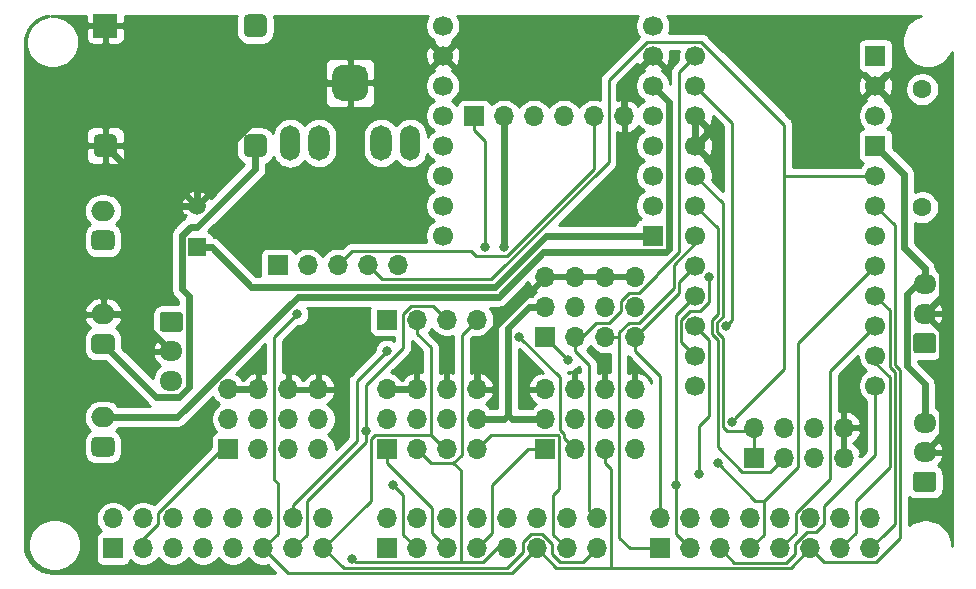
<source format=gbr>
%TF.GenerationSoftware,KiCad,Pcbnew,5.1.10*%
%TF.CreationDate,2021-08-02T03:21:32+08:00*%
%TF.ProjectId,HappyAAC-Type-A,48617070-7941-4414-932d-547970652d41,0.2e*%
%TF.SameCoordinates,Original*%
%TF.FileFunction,Copper,L2,Bot*%
%TF.FilePolarity,Positive*%
%FSLAX46Y46*%
G04 Gerber Fmt 4.6, Leading zero omitted, Abs format (unit mm)*
G04 Created by KiCad (PCBNEW 5.1.10) date 2021-08-02 03:21:32*
%MOMM*%
%LPD*%
G01*
G04 APERTURE LIST*
%TA.AperFunction,ComponentPad*%
%ADD10R,2.000000X2.000000*%
%TD*%
%TA.AperFunction,ComponentPad*%
%ADD11C,1.700000*%
%TD*%
%TA.AperFunction,ComponentPad*%
%ADD12R,1.700000X1.700000*%
%TD*%
%TA.AperFunction,ComponentPad*%
%ADD13O,1.700000X1.700000*%
%TD*%
%TA.AperFunction,ComponentPad*%
%ADD14O,2.000000X1.700000*%
%TD*%
%TA.AperFunction,ComponentPad*%
%ADD15O,1.700000X3.000000*%
%TD*%
%TA.AperFunction,ComponentPad*%
%ADD16O,1.800000X3.000000*%
%TD*%
%TA.AperFunction,ComponentPad*%
%ADD17C,1.500000*%
%TD*%
%TA.AperFunction,ComponentPad*%
%ADD18R,1.500000X1.500000*%
%TD*%
%TA.AperFunction,ComponentPad*%
%ADD19O,1.950000X1.700000*%
%TD*%
%TA.AperFunction,ComponentPad*%
%ADD20C,1.600000*%
%TD*%
%TA.AperFunction,ViaPad*%
%ADD21C,0.800000*%
%TD*%
%TA.AperFunction,Conductor*%
%ADD22C,0.600000*%
%TD*%
%TA.AperFunction,Conductor*%
%ADD23C,0.250000*%
%TD*%
%TA.AperFunction,Conductor*%
%ADD24C,0.254000*%
%TD*%
%TA.AperFunction,Conductor*%
%ADD25C,0.100000*%
%TD*%
G04 APERTURE END LIST*
%TO.P,U2,4*%
%TO.N,+5V*%
%TA.AperFunction,ComponentPad*%
G36*
G01*
X79340200Y-28821000D02*
X79340200Y-27821000D01*
G75*
G02*
X79840200Y-27321000I500000J0D01*
G01*
X80840200Y-27321000D01*
G75*
G02*
X81340200Y-27821000I0J-500000D01*
G01*
X81340200Y-28821000D01*
G75*
G02*
X80840200Y-29321000I-500000J0D01*
G01*
X79840200Y-29321000D01*
G75*
G02*
X79340200Y-28821000I0J500000D01*
G01*
G37*
%TD.AperFunction*%
%TO.P,U2,3*%
%TO.N,+BATT*%
%TA.AperFunction,ComponentPad*%
G36*
G01*
X79340200Y-38981000D02*
X79340200Y-37981000D01*
G75*
G02*
X79840200Y-37481000I500000J0D01*
G01*
X80840200Y-37481000D01*
G75*
G02*
X81340200Y-37981000I0J-500000D01*
G01*
X81340200Y-38981000D01*
G75*
G02*
X80840200Y-39481000I-500000J0D01*
G01*
X79840200Y-39481000D01*
G75*
G02*
X79340200Y-38981000I0J500000D01*
G01*
G37*
%TD.AperFunction*%
%TO.P,U2,2*%
%TO.N,GND*%
%TA.AperFunction,ComponentPad*%
G36*
G01*
X66640200Y-38981000D02*
X66640200Y-37981000D01*
G75*
G02*
X67140200Y-37481000I500000J0D01*
G01*
X68140200Y-37481000D01*
G75*
G02*
X68640200Y-37981000I0J-500000D01*
G01*
X68640200Y-38981000D01*
G75*
G02*
X68140200Y-39481000I-500000J0D01*
G01*
X67140200Y-39481000D01*
G75*
G02*
X66640200Y-38981000I0J500000D01*
G01*
G37*
%TD.AperFunction*%
D10*
%TO.P,U2,1*%
X67640200Y-28321000D03*
%TD*%
D11*
%TO.P,U1,16*%
%TO.N,/DFP_BUSY*%
X96215000Y-46101000D03*
%TO.P,U1,15*%
%TO.N,N/C*%
X96215000Y-43561000D03*
%TO.P,U1,14*%
X96215000Y-41021000D03*
%TO.P,U1,13*%
X96215000Y-38481000D03*
%TO.P,U1,12*%
X96215000Y-35941000D03*
%TO.P,U1,11*%
X96215000Y-33401000D03*
%TO.P,U1,10*%
%TO.N,GND*%
X96215000Y-30861000D03*
%TO.P,U1,9*%
%TO.N,N/C*%
X96215000Y-28321000D03*
%TO.P,U1,8*%
%TO.N,/SPK2*%
X113995000Y-28321000D03*
%TO.P,U1,7*%
%TO.N,GND*%
X113995000Y-30861000D03*
%TO.P,U1,6*%
%TO.N,/SPK1*%
X113995000Y-33401000D03*
%TO.P,U1,5*%
%TO.N,Net-(J18-PadT)*%
X113995000Y-35941000D03*
%TO.P,U1,4*%
%TO.N,Net-(J18-PadS)*%
X113995000Y-38481000D03*
%TO.P,U1,3*%
%TO.N,/D8*%
X113995000Y-41021000D03*
%TO.P,U1,2*%
%TO.N,Net-(R1-Pad2)*%
X113995000Y-43561000D03*
D12*
%TO.P,U1,1*%
%TO.N,/CAP_IN*%
X113995000Y-46101000D03*
%TD*%
D13*
%TO.P,J11,6*%
%TO.N,GND*%
X111556800Y-35991800D03*
%TO.P,J11,5*%
%TO.N,/LCD_RST*%
X109016800Y-35991800D03*
%TO.P,J11,4*%
%TO.N,/COL7*%
X106476800Y-35991800D03*
%TO.P,J11,3*%
%TO.N,/COL8*%
X103936800Y-35991800D03*
%TO.P,J11,2*%
%TO.N,VDD*%
X101396800Y-35991800D03*
D12*
%TO.P,J11,1*%
%TO.N,/COL5*%
X98856800Y-35991800D03*
%TD*%
%TO.P,J10,1*%
%TO.N,/SPK2*%
%TA.AperFunction,ComponentPad*%
G36*
G01*
X66870400Y-63115900D02*
X68020400Y-63115900D01*
G75*
G02*
X68445400Y-63540900I0J-425000D01*
G01*
X68445400Y-64390900D01*
G75*
G02*
X68020400Y-64815900I-425000J0D01*
G01*
X66870400Y-64815900D01*
G75*
G02*
X66445400Y-64390900I0J425000D01*
G01*
X66445400Y-63540900D01*
G75*
G02*
X66870400Y-63115900I425000J0D01*
G01*
G37*
%TD.AperFunction*%
D14*
%TO.P,J10,2*%
%TO.N,/SPK1*%
X67445400Y-61465900D03*
%TD*%
%TO.P,J9,1*%
%TO.N,+BATT*%
%TA.AperFunction,ComponentPad*%
G36*
G01*
X66870400Y-54417300D02*
X68020400Y-54417300D01*
G75*
G02*
X68445400Y-54842300I0J-425000D01*
G01*
X68445400Y-55692300D01*
G75*
G02*
X68020400Y-56117300I-425000J0D01*
G01*
X66870400Y-56117300D01*
G75*
G02*
X66445400Y-55692300I0J425000D01*
G01*
X66445400Y-54842300D01*
G75*
G02*
X66870400Y-54417300I425000J0D01*
G01*
G37*
%TD.AperFunction*%
%TO.P,J9,2*%
%TO.N,GND*%
X67445400Y-52767300D03*
%TD*%
%TO.P,J8,1*%
%TO.N,/SRC_FOR_VDD*%
%TA.AperFunction,ComponentPad*%
G36*
G01*
X66870400Y-45655200D02*
X68020400Y-45655200D01*
G75*
G02*
X68445400Y-46080200I0J-425000D01*
G01*
X68445400Y-46930200D01*
G75*
G02*
X68020400Y-47355200I-425000J0D01*
G01*
X66870400Y-47355200D01*
G75*
G02*
X66445400Y-46930200I0J425000D01*
G01*
X66445400Y-46080200D01*
G75*
G02*
X66870400Y-45655200I425000J0D01*
G01*
G37*
%TD.AperFunction*%
%TO.P,J8,2*%
%TO.N,VDD*%
X67445400Y-44005200D03*
%TD*%
D11*
%TO.P,U3,11*%
%TO.N,/D8*%
X117602600Y-56261000D03*
%TO.P,U3,12*%
%TO.N,/D9*%
X117602600Y-58801000D03*
%TO.P,U3,9*%
%TO.N,/COL2*%
X117602600Y-51181000D03*
%TO.P,U3,10*%
%TO.N,/D7*%
X117602600Y-53721000D03*
%TO.P,U3,16*%
%TO.N,/COL8*%
X132842600Y-51181000D03*
%TO.P,U3,14*%
%TO.N,/COL7*%
X132842600Y-56261000D03*
%TO.P,U3,13*%
%TO.N,/COL3*%
X132842600Y-58801000D03*
%TO.P,U3,15*%
%TO.N,/COL5*%
X132842600Y-53721000D03*
%TO.P,U3,1*%
%TO.N,/D1*%
X117602600Y-30861000D03*
%TO.P,U3,2*%
%TO.N,/D0*%
X117602600Y-33401000D03*
%TO.P,U3,3*%
%TO.N,GND*%
X117602600Y-35941000D03*
%TO.P,U3,4*%
X117602600Y-38481000D03*
%TO.P,U3,5*%
%TO.N,/D2*%
X117602600Y-41021000D03*
%TO.P,U3,6*%
%TO.N,/D3*%
X117602600Y-43561000D03*
%TO.P,U3,7*%
%TO.N,/COL1*%
X117602600Y-46101000D03*
%TO.P,U3,8*%
%TO.N,/D5*%
X117602600Y-48641000D03*
%TO.P,U3,17*%
%TO.N,/A0*%
X132842600Y-48641000D03*
%TO.P,U3,18*%
%TO.N,/A1*%
X132842600Y-46101000D03*
%TO.P,U3,19*%
%TO.N,/A2*%
X132842600Y-43561000D03*
%TO.P,U3,20*%
%TO.N,/A3*%
X132842600Y-41021000D03*
D12*
%TO.P,U3,21*%
%TO.N,VDD*%
X132842600Y-38481000D03*
D11*
%TO.P,U3,22*%
%TO.N,/LCD_RST*%
X132842600Y-35941000D03*
%TO.P,U3,23*%
%TO.N,GND*%
X132842600Y-33401000D03*
D12*
%TO.P,U3,24*%
%TO.N,N/C*%
X132842600Y-30861000D03*
%TD*%
%TO.P,J18,G*%
%TO.N,GND*%
%TA.AperFunction,ComponentPad*%
G36*
G01*
X89866600Y-32417000D02*
X89866600Y-33917000D01*
G75*
G02*
X89116600Y-34667000I-750000J0D01*
G01*
X87616600Y-34667000D01*
G75*
G02*
X86866600Y-33917000I0J750000D01*
G01*
X86866600Y-32417000D01*
G75*
G02*
X87616600Y-31667000I750000J0D01*
G01*
X89116600Y-31667000D01*
G75*
G02*
X89866600Y-32417000I0J-750000D01*
G01*
G37*
%TD.AperFunction*%
D15*
%TO.P,J18,S*%
%TO.N,Net-(J18-PadS)*%
X93451600Y-38267000D03*
%TO.P,J18,T*%
%TO.N,Net-(J18-PadT)*%
X83281600Y-38277800D03*
D16*
%TO.P,J18,R2*%
%TO.N,N/C*%
X90996600Y-38267000D03*
%TO.P,J18,R1*%
X85736600Y-38267000D03*
%TD*%
D17*
%TO.P,C1,2*%
%TO.N,GND*%
X75387200Y-43601700D03*
D18*
%TO.P,C1,1*%
%TO.N,/CAP_IN*%
X75387200Y-47101700D03*
%TD*%
D19*
%TO.P,J1,3*%
%TO.N,VDD*%
X137004000Y-61941100D03*
%TO.P,J1,2*%
%TO.N,GND*%
X137004000Y-64441100D03*
%TO.P,J1,1*%
%TO.N,/D7*%
%TA.AperFunction,ComponentPad*%
G36*
G01*
X137729000Y-67791100D02*
X136279000Y-67791100D01*
G75*
G02*
X136029000Y-67541100I0J250000D01*
G01*
X136029000Y-66341100D01*
G75*
G02*
X136279000Y-66091100I250000J0D01*
G01*
X137729000Y-66091100D01*
G75*
G02*
X137979000Y-66341100I0J-250000D01*
G01*
X137979000Y-67541100D01*
G75*
G02*
X137729000Y-67791100I-250000J0D01*
G01*
G37*
%TD.AperFunction*%
%TD*%
%TO.P,J2,3*%
%TO.N,VDD*%
X73228200Y-58403500D03*
%TO.P,J2,2*%
%TO.N,GND*%
X73228200Y-55903500D03*
%TO.P,J2,1*%
%TO.N,/D5*%
%TA.AperFunction,ComponentPad*%
G36*
G01*
X72503200Y-52553500D02*
X73953200Y-52553500D01*
G75*
G02*
X74203200Y-52803500I0J-250000D01*
G01*
X74203200Y-54003500D01*
G75*
G02*
X73953200Y-54253500I-250000J0D01*
G01*
X72503200Y-54253500D01*
G75*
G02*
X72253200Y-54003500I0J250000D01*
G01*
X72253200Y-52803500D01*
G75*
G02*
X72503200Y-52553500I250000J0D01*
G01*
G37*
%TD.AperFunction*%
%TD*%
%TO.P,J3,3*%
%TO.N,VDD*%
X137004000Y-50206900D03*
%TO.P,J3,2*%
%TO.N,GND*%
X137004000Y-52706900D03*
%TO.P,J3,1*%
%TO.N,/A1*%
%TA.AperFunction,ComponentPad*%
G36*
G01*
X137729000Y-56056900D02*
X136279000Y-56056900D01*
G75*
G02*
X136029000Y-55806900I0J250000D01*
G01*
X136029000Y-54606900D01*
G75*
G02*
X136279000Y-54356900I250000J0D01*
G01*
X137729000Y-54356900D01*
G75*
G02*
X137979000Y-54606900I0J-250000D01*
G01*
X137979000Y-55806900D01*
G75*
G02*
X137729000Y-56056900I-250000J0D01*
G01*
G37*
%TD.AperFunction*%
%TD*%
D20*
%TO.P,R1,1*%
%TO.N,/D9*%
X136804000Y-43705700D03*
%TO.P,R1,2*%
%TO.N,Net-(R1-Pad2)*%
X136804000Y-33705700D03*
%TD*%
D13*
%TO.P,J4,8*%
%TO.N,GND*%
X130162000Y-62372200D03*
%TO.P,J4,7*%
X130162000Y-64912200D03*
%TO.P,J4,6*%
%TO.N,VDD*%
X127622000Y-62372200D03*
%TO.P,J4,5*%
X127622000Y-64912200D03*
%TO.P,J4,4*%
%TO.N,/D3*%
X125082000Y-62372200D03*
%TO.P,J4,3*%
X125082000Y-64912200D03*
%TO.P,J4,2*%
%TO.N,/D2*%
X122542000Y-62372200D03*
D12*
%TO.P,J4,1*%
X122542000Y-64912200D03*
%TD*%
D13*
%TO.P,J5,16*%
%TO.N,/D0*%
X86086400Y-70045900D03*
%TO.P,J5,15*%
%TO.N,/COL8*%
X86086400Y-72585900D03*
%TO.P,J5,14*%
%TO.N,/D0*%
X83546400Y-70045900D03*
%TO.P,J5,13*%
%TO.N,/COL7*%
X83546400Y-72585900D03*
%TO.P,J5,12*%
%TO.N,/D0*%
X81006400Y-70045900D03*
%TO.P,J5,11*%
%TO.N,/A2*%
X81006400Y-72585900D03*
%TO.P,J5,10*%
%TO.N,/D0*%
X78466400Y-70045900D03*
%TO.P,J5,9*%
%TO.N,/COL5*%
X78466400Y-72585900D03*
%TO.P,J5,8*%
%TO.N,/D0*%
X75926400Y-70045900D03*
%TO.P,J5,7*%
%TO.N,/A0*%
X75926400Y-72585900D03*
%TO.P,J5,6*%
%TO.N,/D0*%
X73386400Y-70045900D03*
%TO.P,J5,5*%
%TO.N,/COL3*%
X73386400Y-72585900D03*
%TO.P,J5,4*%
%TO.N,/D0*%
X70846400Y-70045900D03*
%TO.P,J5,3*%
%TO.N,/COL2*%
X70846400Y-72585900D03*
%TO.P,J5,2*%
%TO.N,/D0*%
X68306400Y-70045900D03*
D12*
%TO.P,J5,1*%
%TO.N,/COL1*%
X68306400Y-72585900D03*
%TD*%
%TO.P,J14_GPIO1,1*%
%TO.N,/D0*%
X104877000Y-54663300D03*
D13*
%TO.P,J14_GPIO1,VCC*%
%TO.N,VDD*%
X104877000Y-52123300D03*
%TO.P,J14_GPIO1,2*%
%TO.N,/D1*%
X107417000Y-54663300D03*
%TO.P,J14_GPIO1,VCC*%
%TO.N,VDD*%
X107417000Y-52123300D03*
%TO.P,J14_GPIO1,3*%
%TO.N,/COL1*%
X109957000Y-54663300D03*
%TO.P,J14_GPIO1,VCC*%
%TO.N,VDD*%
X109957000Y-52123300D03*
%TO.P,J14_GPIO1,4*%
%TO.N,/D5*%
X112497000Y-54663300D03*
%TO.P,J14_GPIO1,VCC*%
%TO.N,VDD*%
X112497000Y-52123300D03*
%TO.P,J14_GPIO1,GND*%
%TO.N,GND*%
X112484300Y-49583300D03*
X104864300Y-49583300D03*
X107404300Y-49583300D03*
X109944300Y-49583300D03*
%TD*%
D12*
%TO.P,J15_GPIO2,1*%
%TO.N,/COL2*%
X78066900Y-64185800D03*
D13*
%TO.P,J15_GPIO2,VCC*%
%TO.N,VDD*%
X78066900Y-61645800D03*
%TO.P,J15_GPIO2,2*%
%TO.N,/D7*%
X80606900Y-64185800D03*
%TO.P,J15_GPIO2,VCC*%
%TO.N,VDD*%
X80606900Y-61645800D03*
%TO.P,J15_GPIO2,3*%
%TO.N,/D8*%
X83146900Y-64185800D03*
%TO.P,J15_GPIO2,VCC*%
%TO.N,VDD*%
X83146900Y-61645800D03*
%TO.P,J15_GPIO2,4*%
%TO.N,/D9*%
X85686900Y-64185800D03*
%TO.P,J15_GPIO2,VCC*%
%TO.N,VDD*%
X85686900Y-61645800D03*
%TO.P,J15_GPIO2,GND*%
%TO.N,GND*%
X85674200Y-59105800D03*
X78054200Y-59105800D03*
X80594200Y-59105800D03*
X83134200Y-59105800D03*
%TD*%
D12*
%TO.P,J16_GPIO3,1*%
%TO.N,/COL3*%
X91471900Y-64173100D03*
D13*
%TO.P,J16_GPIO3,VCC*%
%TO.N,VDD*%
X91471900Y-61633100D03*
%TO.P,J16_GPIO3,2*%
%TO.N,/COL5*%
X94011900Y-64173100D03*
%TO.P,J16_GPIO3,VCC*%
%TO.N,VDD*%
X94011900Y-61633100D03*
%TO.P,J16_GPIO3,3*%
%TO.N,/COL8*%
X96551900Y-64173100D03*
%TO.P,J16_GPIO3,VCC*%
%TO.N,VDD*%
X96551900Y-61633100D03*
%TO.P,J16_GPIO3,4*%
%TO.N,/COL7*%
X99091900Y-64173100D03*
%TO.P,J16_GPIO3,VCC*%
%TO.N,VDD*%
X99091900Y-61633100D03*
%TO.P,J16_GPIO3,GND*%
%TO.N,GND*%
X99079200Y-59093100D03*
X91459200Y-59093100D03*
X93999200Y-59093100D03*
X96539200Y-59093100D03*
%TD*%
D12*
%TO.P,J17_GPIO4,1*%
%TO.N,/A0*%
X104877000Y-64173100D03*
D13*
%TO.P,J17_GPIO4,VCC*%
%TO.N,VDD*%
X104877000Y-61633100D03*
%TO.P,J17_GPIO4,2*%
%TO.N,/A1*%
X107417000Y-64173100D03*
%TO.P,J17_GPIO4,VCC*%
%TO.N,VDD*%
X107417000Y-61633100D03*
%TO.P,J17_GPIO4,3*%
%TO.N,/A2*%
X109957000Y-64173100D03*
%TO.P,J17_GPIO4,VCC*%
%TO.N,VDD*%
X109957000Y-61633100D03*
%TO.P,J17_GPIO4,4*%
%TO.N,/A3*%
X112497000Y-64173100D03*
%TO.P,J17_GPIO4,VCC*%
%TO.N,VDD*%
X112497000Y-61633100D03*
%TO.P,J17_GPIO4,GND*%
%TO.N,GND*%
X112484300Y-59093100D03*
X104864300Y-59093100D03*
X107404300Y-59093100D03*
X109944300Y-59093100D03*
%TD*%
%TO.P,J12,5*%
%TO.N,/LCD_CS*%
X92379800Y-48602900D03*
%TO.P,J12,4*%
%TO.N,/A3*%
X89839800Y-48602900D03*
%TO.P,J12,3*%
%TO.N,/LCD_RST*%
X87299800Y-48602900D03*
%TO.P,J12,2*%
%TO.N,/COL7*%
X84759800Y-48602900D03*
D12*
%TO.P,J12,1*%
%TO.N,/COL8*%
X82219800Y-48602900D03*
%TD*%
D13*
%TO.P,J13,4*%
%TO.N,/COL5*%
X99098100Y-53213000D03*
%TO.P,J13,3*%
%TO.N,/COL7*%
X96558100Y-53213000D03*
%TO.P,J13,2*%
%TO.N,/COL8*%
X94018100Y-53213000D03*
D12*
%TO.P,J13,1*%
%TO.N,Net-(J13-Pad1)*%
X91478100Y-53213000D03*
%TD*%
D13*
%TO.P,J6,16*%
%TO.N,/D1*%
X109248700Y-70045900D03*
%TO.P,J6,15*%
%TO.N,/COL8*%
X109248700Y-72585900D03*
%TO.P,J6,14*%
%TO.N,/D1*%
X106708700Y-70045900D03*
%TO.P,J6,13*%
%TO.N,/COL7*%
X106708700Y-72585900D03*
%TO.P,J6,12*%
%TO.N,/D1*%
X104168700Y-70045900D03*
%TO.P,J6,11*%
%TO.N,/A2*%
X104168700Y-72585900D03*
%TO.P,J6,10*%
%TO.N,/D1*%
X101628700Y-70045900D03*
%TO.P,J6,9*%
%TO.N,/COL5*%
X101628700Y-72585900D03*
%TO.P,J6,8*%
%TO.N,/D1*%
X99088700Y-70045900D03*
%TO.P,J6,7*%
%TO.N,/A0*%
X99088700Y-72585900D03*
%TO.P,J6,6*%
%TO.N,/D1*%
X96548700Y-70045900D03*
%TO.P,J6,5*%
%TO.N,/COL3*%
X96548700Y-72585900D03*
%TO.P,J6,4*%
%TO.N,/D1*%
X94008700Y-70045900D03*
%TO.P,J6,3*%
%TO.N,/COL2*%
X94008700Y-72585900D03*
%TO.P,J6,2*%
%TO.N,/D1*%
X91468700Y-70045900D03*
D12*
%TO.P,J6,1*%
%TO.N,/COL1*%
X91468700Y-72585900D03*
%TD*%
D13*
%TO.P,J7,16*%
%TO.N,/D5*%
X132411000Y-70045900D03*
%TO.P,J7,15*%
%TO.N,/COL8*%
X132411000Y-72585900D03*
%TO.P,J7,14*%
%TO.N,/D5*%
X129871000Y-70045900D03*
%TO.P,J7,13*%
%TO.N,/COL7*%
X129871000Y-72585900D03*
%TO.P,J7,12*%
%TO.N,/D5*%
X127331000Y-70045900D03*
%TO.P,J7,11*%
%TO.N,/A2*%
X127331000Y-72585900D03*
%TO.P,J7,10*%
%TO.N,/D5*%
X124791000Y-70045900D03*
%TO.P,J7,9*%
%TO.N,/COL5*%
X124791000Y-72585900D03*
%TO.P,J7,8*%
%TO.N,/D5*%
X122251000Y-70045900D03*
%TO.P,J7,7*%
%TO.N,/A0*%
X122251000Y-72585900D03*
%TO.P,J7,6*%
%TO.N,/D5*%
X119711000Y-70045900D03*
%TO.P,J7,5*%
%TO.N,/COL3*%
X119711000Y-72585900D03*
%TO.P,J7,4*%
%TO.N,/D5*%
X117171000Y-70045900D03*
%TO.P,J7,3*%
%TO.N,/COL2*%
X117171000Y-72585900D03*
%TO.P,J7,2*%
%TO.N,/D5*%
X114631000Y-70045900D03*
D12*
%TO.P,J7,1*%
%TO.N,/COL1*%
X114631000Y-72585900D03*
%TD*%
D21*
%TO.N,/D0*%
X106846100Y-56631400D03*
X91509200Y-55857100D03*
X120180100Y-53784500D03*
%TO.N,VDD*%
X101370100Y-47066900D03*
%TO.N,/A3*%
X120660410Y-61879500D03*
%TO.N,/A0*%
X119476600Y-65380200D03*
%TO.N,/COL2*%
X91969700Y-67187100D03*
X115966900Y-67187100D03*
%TO.N,/COL5*%
X88527400Y-73462600D03*
X99747900Y-47033400D03*
%TO.N,/A1*%
X102692500Y-54646700D03*
%TO.N,/A2*%
X83877700Y-52753500D03*
%TO.N,/D7*%
X117903500Y-66295700D03*
%TO.N,/COL7*%
X89680600Y-62616900D03*
%TO.N,/D8*%
X118754600Y-49577300D03*
%TD*%
D22*
%TO.N,/CAP_IN*%
X113995000Y-46101000D02*
X104980200Y-46101000D01*
X104980200Y-46101000D02*
X100624400Y-50456800D01*
X100624400Y-50456800D02*
X79992600Y-50456800D01*
X79992600Y-50456800D02*
X76637500Y-47101700D01*
X75387200Y-47101700D02*
X76637500Y-47101700D01*
%TO.N,GND*%
X72600000Y-43601700D02*
X72600000Y-43440800D01*
X72600000Y-43440800D02*
X67640200Y-38481000D01*
X70209800Y-52767300D02*
X70209800Y-45991900D01*
X70209800Y-45991900D02*
X72600000Y-43601700D01*
X72600000Y-43601700D02*
X75387200Y-43601700D01*
X70209800Y-52767300D02*
X67445400Y-52767300D01*
X99079200Y-59093100D02*
X99079200Y-55368400D01*
X99079200Y-55368400D02*
X104864300Y-49583300D01*
X88366600Y-33167000D02*
X83408300Y-33167000D01*
X83408300Y-33167000D02*
X75387200Y-41188100D01*
X75387200Y-41188100D02*
X75387200Y-43601700D01*
X78054200Y-59105800D02*
X80594200Y-59105800D01*
X113995000Y-30861000D02*
X111556800Y-33299200D01*
X111556800Y-33299200D02*
X111556800Y-35991800D01*
X117602600Y-38481000D02*
X117602600Y-35941000D01*
X137004000Y-52706900D02*
X138502500Y-54205400D01*
X138502500Y-54205400D02*
X138502500Y-62942600D01*
X138502500Y-62942600D02*
X137004000Y-64441100D01*
X91459200Y-59093100D02*
X93999200Y-59093100D01*
X138502500Y-51208400D02*
X137004000Y-52706900D01*
X138502500Y-39060900D02*
X138502500Y-51208400D01*
X132842600Y-33401000D02*
X138502500Y-39060900D01*
X70209800Y-52885100D02*
X70209800Y-52767300D01*
X73228200Y-55903500D02*
X70209800Y-52885100D01*
%TO.N,+BATT*%
X80340200Y-38481000D02*
X80340200Y-40428300D01*
X80340200Y-40428300D02*
X75416800Y-45351700D01*
X75416800Y-45351700D02*
X74856700Y-45351700D01*
X74856700Y-45351700D02*
X74136800Y-46071600D01*
X74136800Y-46071600D02*
X74136800Y-50648700D01*
X74136800Y-50648700D02*
X74713100Y-51225000D01*
X74713100Y-51225000D02*
X74713100Y-58954300D01*
X74713100Y-58954300D02*
X73896600Y-59770800D01*
X73896600Y-59770800D02*
X71948900Y-59770800D01*
X71948900Y-59770800D02*
X67445400Y-55267300D01*
D23*
%TO.N,/D0*%
X91509200Y-55857100D02*
X88923300Y-58443000D01*
X88923300Y-58443000D02*
X88923300Y-63493700D01*
X88923300Y-63493700D02*
X83546400Y-68870600D01*
X83546400Y-70045900D02*
X83546400Y-68870600D01*
X104878000Y-54663300D02*
X106846100Y-56631400D01*
X104877000Y-54663300D02*
X104878000Y-54663300D01*
X117602600Y-33401000D02*
X120732499Y-36530899D01*
X120732499Y-36530899D02*
X120732499Y-53232101D01*
X120732499Y-53232101D02*
X120180100Y-53784500D01*
D22*
%TO.N,VDD*%
X101763400Y-61294200D02*
X102102300Y-61633100D01*
X102102300Y-61633100D02*
X103526700Y-61633100D01*
X103526700Y-52123300D02*
X101763400Y-53886600D01*
X101763400Y-53886600D02*
X101763400Y-61294200D01*
X99091900Y-61633100D02*
X101424500Y-61633100D01*
X101424500Y-61633100D02*
X101763400Y-61294200D01*
X101396800Y-35991800D02*
X101396800Y-37342100D01*
X101370100Y-47066900D02*
X101370100Y-37368800D01*
X101370100Y-37368800D02*
X101396800Y-37342100D01*
X104877000Y-61633100D02*
X103526700Y-61633100D01*
X137004000Y-60590800D02*
X137004000Y-58659900D01*
X137004000Y-58659900D02*
X135496900Y-57152800D01*
X135496900Y-57152800D02*
X135496900Y-51038800D01*
X135496900Y-51038800D02*
X137004000Y-49531700D01*
X104877000Y-52123300D02*
X103526700Y-52123300D01*
X137004000Y-61941100D02*
X137004000Y-60590800D01*
X137004000Y-49531700D02*
X137004000Y-48856600D01*
X137004000Y-50206900D02*
X137004000Y-49531700D01*
X137004000Y-48856600D02*
X135279900Y-47132500D01*
X135279900Y-47132500D02*
X135279900Y-40918300D01*
X135279900Y-40918300D02*
X132842600Y-38481000D01*
D23*
%TO.N,/A3*%
X132842600Y-41021000D02*
X125109700Y-41021000D01*
X91050800Y-49813900D02*
X89839800Y-48602900D01*
X100303400Y-49813900D02*
X91050800Y-49813900D01*
X110243000Y-39874300D02*
X100303400Y-49813900D01*
X110243000Y-32948800D02*
X110243000Y-39874300D01*
X113506100Y-29685700D02*
X110243000Y-32948800D01*
X118102400Y-29685700D02*
X113506100Y-29685700D01*
X125109700Y-36693000D02*
X118102400Y-29685700D01*
X125109700Y-41021000D02*
X125109700Y-36693000D01*
X125109700Y-41021000D02*
X125109700Y-57430210D01*
X125109700Y-57430210D02*
X121060409Y-61479501D01*
X121060409Y-61479501D02*
X120660410Y-61879500D01*
%TO.N,/COL1*%
X109957000Y-54663300D02*
X111132300Y-54663300D01*
X111132300Y-54663300D02*
X111132300Y-54295900D01*
X111132300Y-54295900D02*
X111940200Y-53488000D01*
X111940200Y-53488000D02*
X112795200Y-53488000D01*
X112795200Y-53488000D02*
X115775800Y-50507400D01*
X115775800Y-50507400D02*
X115775800Y-48564700D01*
X115775800Y-48564700D02*
X117602600Y-46737900D01*
X117602600Y-46737900D02*
X117602600Y-46101000D01*
X112032100Y-72585900D02*
X114631000Y-72585900D01*
X111132300Y-71686100D02*
X112032100Y-72585900D01*
X111132300Y-54663300D02*
X111132300Y-71686100D01*
%TO.N,/A0*%
X123426300Y-68577100D02*
X126312600Y-65690800D01*
X126312600Y-65690800D02*
X126312600Y-55171000D01*
X126312600Y-55171000D02*
X132842600Y-48641000D01*
X123426300Y-68577100D02*
X122673500Y-68577100D01*
X122673500Y-68577100D02*
X119476600Y-65380200D01*
X100393500Y-71281100D02*
X99088700Y-72585900D01*
X100393500Y-67208400D02*
X100393500Y-71281100D01*
X103428800Y-64173100D02*
X100393500Y-67208400D01*
X104877000Y-64173100D02*
X103428800Y-64173100D01*
X123426300Y-71410600D02*
X123426300Y-68577100D01*
X122251000Y-72585900D02*
X123426300Y-71410600D01*
%TO.N,/COL2*%
X115966900Y-67187100D02*
X115966900Y-52816700D01*
X115966900Y-52816700D02*
X117602600Y-51181000D01*
X70846400Y-71778000D02*
X70846400Y-72585900D01*
X72123300Y-70501100D02*
X70846400Y-71778000D01*
X72123300Y-69570600D02*
X72123300Y-70501100D01*
X77508100Y-64185800D02*
X72123300Y-69570600D01*
X78066900Y-64185800D02*
X77508100Y-64185800D01*
X92833400Y-68050800D02*
X91969700Y-67187100D01*
X92833400Y-71410600D02*
X92833400Y-68050800D01*
X94008700Y-72585900D02*
X92833400Y-71410600D01*
X115966900Y-71381800D02*
X115966900Y-67187100D01*
X117171000Y-72585900D02*
X115966900Y-71381800D01*
%TO.N,/COL3*%
X91471900Y-65348400D02*
X91471900Y-64173100D01*
X95275400Y-69151900D02*
X91471900Y-65348400D01*
X95275400Y-71312600D02*
X95275400Y-69151900D01*
X96548700Y-72585900D02*
X95275400Y-71312600D01*
X128506400Y-68998500D02*
X132842600Y-64662300D01*
X128506400Y-70535300D02*
X128506400Y-68998500D01*
X127820400Y-71221300D02*
X128506400Y-70535300D01*
X127011400Y-71221300D02*
X127820400Y-71221300D01*
X126061000Y-72171700D02*
X127011400Y-71221300D01*
X132842600Y-64662300D02*
X132842600Y-58801000D01*
X126061000Y-73029600D02*
X126061000Y-72171700D01*
X125309500Y-73781100D02*
X126061000Y-73029600D01*
X120906200Y-73781100D02*
X125309500Y-73781100D01*
X119711000Y-72585900D02*
X120906200Y-73781100D01*
%TO.N,/COL5*%
X97728100Y-73761300D02*
X88826100Y-73761300D01*
X88826100Y-73761300D02*
X88527400Y-73462600D01*
X97728100Y-73761300D02*
X97728100Y-65960600D01*
X97728100Y-65960600D02*
X97115900Y-65348400D01*
X98856800Y-37167100D02*
X99747900Y-38058200D01*
X99747900Y-38058200D02*
X99747900Y-47033400D01*
X98856800Y-35991800D02*
X98856800Y-37167100D01*
X99645400Y-73761300D02*
X97728100Y-73761300D01*
X100820800Y-72585900D02*
X99645400Y-73761300D01*
X101628700Y-72585900D02*
X100820800Y-72585900D01*
X95187200Y-65348400D02*
X97115900Y-65348400D01*
X94011900Y-64173100D02*
X95187200Y-65348400D01*
X128981800Y-57581800D02*
X132842600Y-53721000D01*
X128981800Y-66673300D02*
X128981800Y-57581800D01*
X126085600Y-69569500D02*
X128981800Y-66673300D01*
X126085600Y-71291300D02*
X126085600Y-69569500D01*
X124791000Y-72585900D02*
X126085600Y-71291300D01*
X97820400Y-64643900D02*
X97115900Y-65348400D01*
X97820400Y-54490700D02*
X97820400Y-64643900D01*
X99098100Y-53213000D02*
X97820400Y-54490700D01*
%TO.N,/A1*%
X106147000Y-58101200D02*
X102692500Y-54646700D01*
X106147000Y-62548088D02*
X106147000Y-58101200D01*
X106502012Y-62876699D02*
X106173401Y-62548088D01*
X107417000Y-64173100D02*
X106502012Y-63258112D01*
X106502012Y-63258112D02*
X106502012Y-62876699D01*
X106173401Y-62548088D02*
X106147000Y-62548088D01*
%TO.N,/A2*%
X110441500Y-74232600D02*
X110441500Y-65832900D01*
X110441500Y-65832900D02*
X109957000Y-65348400D01*
X110441500Y-74232600D02*
X125684300Y-74232600D01*
X125684300Y-74232600D02*
X127331000Y-72585900D01*
X109957000Y-64173100D02*
X109957000Y-65348400D01*
X81957900Y-66771800D02*
X81957900Y-54673300D01*
X82270600Y-67084500D02*
X81957900Y-66771800D01*
X82270600Y-71321700D02*
X82270600Y-67084500D01*
X81957900Y-54673300D02*
X83877700Y-52753500D01*
X81006400Y-72585900D02*
X82270600Y-71321700D01*
X83127700Y-74707200D02*
X81006400Y-72585900D01*
X102047400Y-74707200D02*
X83127700Y-74707200D01*
X104168700Y-72585900D02*
X102047400Y-74707200D01*
X105815400Y-74232600D02*
X104168700Y-72585900D01*
X110441500Y-74232600D02*
X105815400Y-74232600D01*
X134491700Y-45210100D02*
X132842600Y-43561000D01*
X134491700Y-57032000D02*
X134491700Y-45210100D01*
X134937200Y-57477500D02*
X134491700Y-57032000D01*
X132910500Y-73765600D02*
X134937200Y-71738900D01*
X128506300Y-73765600D02*
X132910500Y-73765600D01*
X128506300Y-73761200D02*
X128506300Y-73765600D01*
X134937200Y-71738900D02*
X134937200Y-57477500D01*
X127331000Y-72585900D02*
X128506300Y-73761200D01*
D22*
%TO.N,/SPK1*%
X113995000Y-33401000D02*
X115345400Y-34751400D01*
X115345400Y-34751400D02*
X115345400Y-47219400D01*
X115345400Y-47219400D02*
X115068700Y-47496100D01*
X115068700Y-47496100D02*
X104717000Y-47496100D01*
X104717000Y-47496100D02*
X100955900Y-51257200D01*
X100955900Y-51257200D02*
X83935000Y-51257200D01*
X83935000Y-51257200D02*
X73726300Y-61465900D01*
X73726300Y-61465900D02*
X67445400Y-61465900D01*
D23*
%TO.N,/D1*%
X107417000Y-55250900D02*
X109179900Y-53488000D01*
X109179900Y-53488000D02*
X110298100Y-53488000D01*
X110298100Y-53488000D02*
X111321600Y-52464500D01*
X111321600Y-52464500D02*
X111321600Y-51626000D01*
X111321600Y-51626000D02*
X111999700Y-50947900D01*
X111999700Y-50947900D02*
X112838700Y-50947900D01*
X112838700Y-50947900D02*
X114333200Y-49453400D01*
X114333200Y-49453400D02*
X114333200Y-49370400D01*
X114333200Y-49370400D02*
X116238000Y-47465600D01*
X116238000Y-47465600D02*
X116238000Y-32225600D01*
X116238000Y-32225600D02*
X117602600Y-30861000D01*
X107417000Y-54663300D02*
X107417000Y-55250900D01*
X107417000Y-55838600D02*
X107417000Y-55250900D01*
X108592300Y-57013900D02*
X107417000Y-55838600D01*
X108592300Y-69389500D02*
X108592300Y-57013900D01*
X109248700Y-70045900D02*
X108592300Y-69389500D01*
%TO.N,/D7*%
X117602600Y-53721000D02*
X118781600Y-54900000D01*
X118781600Y-54900000D02*
X118781600Y-61349100D01*
X118781600Y-61349100D02*
X117903500Y-62227200D01*
X117903500Y-62227200D02*
X117903500Y-66295700D01*
%TO.N,/COL7*%
X84721700Y-68551400D02*
X84721700Y-71410600D01*
X89680600Y-63592500D02*
X84721700Y-68551400D01*
X84721700Y-71410600D02*
X83546400Y-72585900D01*
X89680600Y-62616900D02*
X89680600Y-63592500D01*
X100267300Y-62997700D02*
X99091900Y-64173100D01*
X105986602Y-62997700D02*
X100267300Y-62997700D01*
X105533400Y-68067400D02*
X106052400Y-67548400D01*
X106052001Y-63063099D02*
X105986602Y-62997700D01*
X106052001Y-63444511D02*
X106052001Y-63063099D01*
X106052400Y-67548400D02*
X106052400Y-63444910D01*
X106052400Y-63444910D02*
X106052001Y-63444511D01*
X106708700Y-72585900D02*
X105533400Y-71410600D01*
X105533400Y-71410600D02*
X105533400Y-68067400D01*
X132842600Y-56882000D02*
X132842600Y-56261000D01*
X134036500Y-58075900D02*
X132842600Y-56882000D01*
X134036500Y-65661000D02*
X134036500Y-58075900D01*
X131165600Y-68531900D02*
X134036500Y-65661000D01*
X131165600Y-71291300D02*
X131165600Y-68531900D01*
X129871000Y-72585900D02*
X131165600Y-71291300D01*
X89680600Y-58765900D02*
X89680600Y-62616900D01*
X92839300Y-55607200D02*
X89680600Y-58765900D01*
X92839300Y-52704300D02*
X92839300Y-55607200D01*
X93507600Y-52036000D02*
X92839300Y-52704300D01*
X95381100Y-52036000D02*
X93507600Y-52036000D01*
X96558100Y-53213000D02*
X95381100Y-52036000D01*
%TO.N,/D3*%
X123906600Y-66087600D02*
X125082000Y-64912200D01*
X119482500Y-64027900D02*
X121542200Y-66087600D01*
X119482500Y-54936015D02*
X119482500Y-64027900D01*
X119005087Y-54458602D02*
X119482500Y-54936015D01*
X119005087Y-53250098D02*
X119005087Y-54458602D01*
X119482500Y-52772685D02*
X119005087Y-53250098D01*
X119482500Y-45440900D02*
X119482500Y-52772685D01*
X117602600Y-43561000D02*
X119482500Y-45440900D01*
X121542200Y-66087600D02*
X123906600Y-66087600D01*
%TO.N,/D2*%
X122542000Y-62649000D02*
X122542000Y-62372200D01*
X122542000Y-64912200D02*
X122542000Y-62649000D01*
X119935400Y-62301500D02*
X120282900Y-62649000D01*
X119935400Y-54752504D02*
X119935400Y-62301500D01*
X119455098Y-54272202D02*
X119935400Y-54752504D01*
X119455098Y-53436498D02*
X119455098Y-54272202D01*
X119935400Y-43353800D02*
X119935400Y-52956196D01*
X117602600Y-41021000D02*
X119935400Y-43353800D01*
X119935400Y-52956196D02*
X119455098Y-53436498D01*
X120282900Y-62649000D02*
X122542000Y-62649000D01*
%TO.N,/D8*%
X117602600Y-56261000D02*
X116417300Y-55075700D01*
X116417300Y-55075700D02*
X116417300Y-53244100D01*
X116417300Y-53244100D02*
X117167500Y-52493900D01*
X117167500Y-52493900D02*
X117998700Y-52493900D01*
X117998700Y-52493900D02*
X118792200Y-51700400D01*
X118792200Y-51700400D02*
X118792200Y-49614900D01*
X118792200Y-49614900D02*
X118754600Y-49577300D01*
%TO.N,/LCD_RST*%
X109016800Y-37167100D02*
X109016800Y-35991800D01*
X109016800Y-40463600D02*
X109016800Y-37167100D01*
X101661000Y-47819400D02*
X109016800Y-40463600D01*
X99054000Y-47819400D02*
X101661000Y-47819400D01*
X98631600Y-47397000D02*
X99054000Y-47819400D01*
X88505700Y-47397000D02*
X98631600Y-47397000D01*
X87299800Y-48602900D02*
X88505700Y-47397000D01*
%TO.N,/D5*%
X114631000Y-68870600D02*
X114631000Y-57972600D01*
X114631000Y-57972600D02*
X112497000Y-55838600D01*
X112497000Y-54663300D02*
X112497000Y-55838600D01*
X114631000Y-70045900D02*
X114631000Y-68870600D01*
X112497000Y-54663300D02*
X116238000Y-50922300D01*
X116238000Y-50922300D02*
X116238000Y-50005600D01*
X116238000Y-50005600D02*
X117602600Y-48641000D01*
%TO.N,/COL8*%
X94018100Y-54388300D02*
X95191100Y-55561300D01*
X95191100Y-55561300D02*
X95191100Y-62979900D01*
X94018100Y-53213000D02*
X94018100Y-54388300D01*
X87872400Y-74232600D02*
X86086400Y-72585900D01*
X102993300Y-72885500D02*
X101646200Y-74232600D01*
X103704300Y-71349300D02*
X102993300Y-72060300D01*
X102993300Y-72060300D02*
X102993300Y-72885500D01*
X104616300Y-71349300D02*
X103704300Y-71349300D01*
X101646200Y-74232600D02*
X87872400Y-74232600D01*
X105438700Y-72171700D02*
X104616300Y-71349300D01*
X105438700Y-73052600D02*
X105438700Y-72171700D01*
X106147300Y-73761200D02*
X105438700Y-73052600D01*
X108073400Y-73761200D02*
X106147300Y-73761200D01*
X109248700Y-72585900D02*
X108073400Y-73761200D01*
X90501900Y-62979900D02*
X95191100Y-62979900D01*
X90131000Y-63350800D02*
X90501900Y-62979900D01*
X90131000Y-68541300D02*
X90131000Y-63350800D01*
X86086400Y-72585900D02*
X90131000Y-68541300D01*
X96384300Y-64173100D02*
X96551900Y-64173100D01*
X95191100Y-62979900D02*
X96384300Y-64173100D01*
X133586300Y-71410600D02*
X132411000Y-72585900D01*
X134486900Y-70510000D02*
X133586300Y-71410600D01*
X134486900Y-57664100D02*
X134486900Y-70510000D01*
X134036600Y-57213800D02*
X134486900Y-57664100D01*
X134036600Y-52375000D02*
X134036600Y-57213800D01*
X132842600Y-51181000D02*
X134036600Y-52375000D01*
%TD*%
D24*
%TO.N,GND*%
X66005200Y-28035250D02*
X66163950Y-28194000D01*
X67513200Y-28194000D01*
X67513200Y-28174000D01*
X67767200Y-28174000D01*
X67767200Y-28194000D01*
X69116450Y-28194000D01*
X69275200Y-28035250D01*
X69277580Y-27482000D01*
X78759480Y-27482000D01*
X78723996Y-27598973D01*
X78702128Y-27821000D01*
X78702128Y-28821000D01*
X78723996Y-29043027D01*
X78788759Y-29256521D01*
X78893928Y-29453279D01*
X79035462Y-29625738D01*
X79207921Y-29767272D01*
X79404679Y-29872441D01*
X79618173Y-29937204D01*
X79840200Y-29959072D01*
X80840200Y-29959072D01*
X81062227Y-29937204D01*
X81275721Y-29872441D01*
X81472479Y-29767272D01*
X81644938Y-29625738D01*
X81786472Y-29453279D01*
X81891641Y-29256521D01*
X81956404Y-29043027D01*
X81978272Y-28821000D01*
X81978272Y-27821000D01*
X81956404Y-27598973D01*
X81920920Y-27482000D01*
X94989608Y-27482000D01*
X94899010Y-27617589D01*
X94787068Y-27887842D01*
X94730000Y-28174740D01*
X94730000Y-28467260D01*
X94787068Y-28754158D01*
X94899010Y-29024411D01*
X95061525Y-29267632D01*
X95268368Y-29474475D01*
X95441729Y-29590311D01*
X95366208Y-29832603D01*
X96215000Y-30681395D01*
X97063792Y-29832603D01*
X96988271Y-29590311D01*
X97161632Y-29474475D01*
X97368475Y-29267632D01*
X97530990Y-29024411D01*
X97642932Y-28754158D01*
X97700000Y-28467260D01*
X97700000Y-28174740D01*
X97642932Y-27887842D01*
X97530990Y-27617589D01*
X97440392Y-27482000D01*
X112769608Y-27482000D01*
X112679010Y-27617589D01*
X112567068Y-27887842D01*
X112510000Y-28174740D01*
X112510000Y-28467260D01*
X112567068Y-28754158D01*
X112679010Y-29024411D01*
X112841525Y-29267632D01*
X112845446Y-29271553D01*
X109732003Y-32384996D01*
X109702999Y-32408799D01*
X109665602Y-32454368D01*
X109608026Y-32524524D01*
X109539889Y-32651998D01*
X109537454Y-32656554D01*
X109493997Y-32799815D01*
X109483000Y-32911468D01*
X109483000Y-32911478D01*
X109479324Y-32948800D01*
X109483000Y-32986123D01*
X109483000Y-34577554D01*
X109449958Y-34563868D01*
X109163060Y-34506800D01*
X108870540Y-34506800D01*
X108583642Y-34563868D01*
X108313389Y-34675810D01*
X108070168Y-34838325D01*
X107863325Y-35045168D01*
X107746800Y-35219560D01*
X107630275Y-35045168D01*
X107423432Y-34838325D01*
X107180211Y-34675810D01*
X106909958Y-34563868D01*
X106623060Y-34506800D01*
X106330540Y-34506800D01*
X106043642Y-34563868D01*
X105773389Y-34675810D01*
X105530168Y-34838325D01*
X105323325Y-35045168D01*
X105206800Y-35219560D01*
X105090275Y-35045168D01*
X104883432Y-34838325D01*
X104640211Y-34675810D01*
X104369958Y-34563868D01*
X104083060Y-34506800D01*
X103790540Y-34506800D01*
X103503642Y-34563868D01*
X103233389Y-34675810D01*
X102990168Y-34838325D01*
X102783325Y-35045168D01*
X102666800Y-35219560D01*
X102550275Y-35045168D01*
X102343432Y-34838325D01*
X102100211Y-34675810D01*
X101829958Y-34563868D01*
X101543060Y-34506800D01*
X101250540Y-34506800D01*
X100963642Y-34563868D01*
X100693389Y-34675810D01*
X100450168Y-34838325D01*
X100318313Y-34970180D01*
X100296302Y-34897620D01*
X100237337Y-34787306D01*
X100157985Y-34690615D01*
X100061294Y-34611263D01*
X99950980Y-34552298D01*
X99831282Y-34515988D01*
X99706800Y-34503728D01*
X98006800Y-34503728D01*
X97882318Y-34515988D01*
X97762620Y-34552298D01*
X97652306Y-34611263D01*
X97555615Y-34690615D01*
X97476263Y-34787306D01*
X97417298Y-34897620D01*
X97381869Y-35014414D01*
X97368475Y-34994368D01*
X97161632Y-34787525D01*
X96987240Y-34671000D01*
X97161632Y-34554475D01*
X97368475Y-34347632D01*
X97530990Y-34104411D01*
X97642932Y-33834158D01*
X97700000Y-33547260D01*
X97700000Y-33254740D01*
X97642932Y-32967842D01*
X97530990Y-32697589D01*
X97368475Y-32454368D01*
X97161632Y-32247525D01*
X96988271Y-32131689D01*
X97063792Y-31889397D01*
X96215000Y-31040605D01*
X95366208Y-31889397D01*
X95441729Y-32131689D01*
X95268368Y-32247525D01*
X95061525Y-32454368D01*
X94899010Y-32697589D01*
X94787068Y-32967842D01*
X94730000Y-33254740D01*
X94730000Y-33547260D01*
X94787068Y-33834158D01*
X94899010Y-34104411D01*
X95061525Y-34347632D01*
X95268368Y-34554475D01*
X95442760Y-34671000D01*
X95268368Y-34787525D01*
X95061525Y-34994368D01*
X94899010Y-35237589D01*
X94787068Y-35507842D01*
X94730000Y-35794740D01*
X94730000Y-36087260D01*
X94787068Y-36374158D01*
X94899010Y-36644411D01*
X95061525Y-36887632D01*
X95268368Y-37094475D01*
X95442760Y-37211000D01*
X95268368Y-37327525D01*
X95061525Y-37534368D01*
X94936600Y-37721332D01*
X94936600Y-37544050D01*
X94915113Y-37325889D01*
X94830199Y-37045966D01*
X94692306Y-36787986D01*
X94506734Y-36561866D01*
X94280614Y-36376294D01*
X94022634Y-36238401D01*
X93742711Y-36153487D01*
X93451600Y-36124815D01*
X93160490Y-36153487D01*
X92880567Y-36238401D01*
X92622587Y-36376294D01*
X92396467Y-36561866D01*
X92235925Y-36757487D01*
X92087261Y-36576339D01*
X91853527Y-36384519D01*
X91586861Y-36241983D01*
X91297513Y-36154210D01*
X90996600Y-36124573D01*
X90695688Y-36154210D01*
X90406340Y-36241983D01*
X90139674Y-36384519D01*
X89905940Y-36576339D01*
X89714120Y-36810073D01*
X89571583Y-37076739D01*
X89483810Y-37366087D01*
X89461600Y-37591592D01*
X89461600Y-38942407D01*
X89483810Y-39167912D01*
X89571583Y-39457260D01*
X89714119Y-39723926D01*
X89905939Y-39957661D01*
X90139673Y-40149481D01*
X90406339Y-40292017D01*
X90695687Y-40379790D01*
X90996600Y-40409427D01*
X91297512Y-40379790D01*
X91586860Y-40292017D01*
X91853526Y-40149481D01*
X92087261Y-39957661D01*
X92235925Y-39776513D01*
X92396466Y-39972134D01*
X92622586Y-40157706D01*
X92880566Y-40295599D01*
X93160489Y-40380513D01*
X93451600Y-40409185D01*
X93742710Y-40380513D01*
X94022633Y-40295599D01*
X94280613Y-40157706D01*
X94506734Y-39972134D01*
X94692306Y-39746014D01*
X94830199Y-39488034D01*
X94915030Y-39208386D01*
X95061525Y-39427632D01*
X95268368Y-39634475D01*
X95442760Y-39751000D01*
X95268368Y-39867525D01*
X95061525Y-40074368D01*
X94899010Y-40317589D01*
X94787068Y-40587842D01*
X94730000Y-40874740D01*
X94730000Y-41167260D01*
X94787068Y-41454158D01*
X94899010Y-41724411D01*
X95061525Y-41967632D01*
X95268368Y-42174475D01*
X95442760Y-42291000D01*
X95268368Y-42407525D01*
X95061525Y-42614368D01*
X94899010Y-42857589D01*
X94787068Y-43127842D01*
X94730000Y-43414740D01*
X94730000Y-43707260D01*
X94787068Y-43994158D01*
X94899010Y-44264411D01*
X95061525Y-44507632D01*
X95268368Y-44714475D01*
X95442760Y-44831000D01*
X95268368Y-44947525D01*
X95061525Y-45154368D01*
X94899010Y-45397589D01*
X94787068Y-45667842D01*
X94730000Y-45954740D01*
X94730000Y-46247260D01*
X94787068Y-46534158D01*
X94829666Y-46637000D01*
X88543022Y-46637000D01*
X88505699Y-46633324D01*
X88468376Y-46637000D01*
X88468367Y-46637000D01*
X88356714Y-46647997D01*
X88213453Y-46691454D01*
X88081423Y-46762026D01*
X87997835Y-46830626D01*
X87965699Y-46856999D01*
X87941901Y-46885997D01*
X87666208Y-47161690D01*
X87446060Y-47117900D01*
X87153540Y-47117900D01*
X86866642Y-47174968D01*
X86596389Y-47286910D01*
X86353168Y-47449425D01*
X86146325Y-47656268D01*
X86029800Y-47830660D01*
X85913275Y-47656268D01*
X85706432Y-47449425D01*
X85463211Y-47286910D01*
X85192958Y-47174968D01*
X84906060Y-47117900D01*
X84613540Y-47117900D01*
X84326642Y-47174968D01*
X84056389Y-47286910D01*
X83813168Y-47449425D01*
X83681313Y-47581280D01*
X83659302Y-47508720D01*
X83600337Y-47398406D01*
X83520985Y-47301715D01*
X83424294Y-47222363D01*
X83313980Y-47163398D01*
X83194282Y-47127088D01*
X83069800Y-47114828D01*
X81369800Y-47114828D01*
X81245318Y-47127088D01*
X81125620Y-47163398D01*
X81015306Y-47222363D01*
X80918615Y-47301715D01*
X80839263Y-47398406D01*
X80780298Y-47508720D01*
X80743988Y-47628418D01*
X80731728Y-47752900D01*
X80731728Y-49452900D01*
X80738514Y-49521800D01*
X80379889Y-49521800D01*
X77331130Y-46473041D01*
X77301844Y-46437356D01*
X77159472Y-46320514D01*
X76997040Y-46233693D01*
X76820792Y-46180229D01*
X76746540Y-46172916D01*
X76726702Y-46107520D01*
X76667737Y-45997206D01*
X76588385Y-45900515D01*
X76491694Y-45821163D01*
X76381380Y-45762198D01*
X76340877Y-45749912D01*
X80968864Y-41121925D01*
X81004544Y-41092644D01*
X81121386Y-40950272D01*
X81208207Y-40787840D01*
X81261369Y-40612587D01*
X81261671Y-40611593D01*
X81279724Y-40428301D01*
X81275200Y-40382369D01*
X81275200Y-40032599D01*
X81275721Y-40032441D01*
X81472479Y-39927272D01*
X81644938Y-39785738D01*
X81786472Y-39613279D01*
X81882959Y-39432764D01*
X81903001Y-39498833D01*
X82040894Y-39756813D01*
X82226466Y-39982934D01*
X82452586Y-40168506D01*
X82710566Y-40306399D01*
X82990489Y-40391313D01*
X83281600Y-40419985D01*
X83572710Y-40391313D01*
X83852633Y-40306399D01*
X84110613Y-40168506D01*
X84336734Y-39982934D01*
X84501708Y-39781913D01*
X84645939Y-39957661D01*
X84879673Y-40149481D01*
X85146339Y-40292017D01*
X85435687Y-40379790D01*
X85736600Y-40409427D01*
X86037512Y-40379790D01*
X86326860Y-40292017D01*
X86593526Y-40149481D01*
X86827261Y-39957661D01*
X87019081Y-39723927D01*
X87161617Y-39457261D01*
X87249390Y-39167913D01*
X87271600Y-38942408D01*
X87271600Y-37591592D01*
X87249390Y-37366087D01*
X87161617Y-37076739D01*
X87019081Y-36810073D01*
X86827261Y-36576339D01*
X86593527Y-36384519D01*
X86326861Y-36241983D01*
X86037513Y-36154210D01*
X85736600Y-36124573D01*
X85435688Y-36154210D01*
X85146340Y-36241983D01*
X84879674Y-36384519D01*
X84645940Y-36576339D01*
X84492844Y-36762887D01*
X84336734Y-36572666D01*
X84110614Y-36387094D01*
X83852634Y-36249201D01*
X83572711Y-36164287D01*
X83281600Y-36135615D01*
X82990490Y-36164287D01*
X82710567Y-36249201D01*
X82452587Y-36387094D01*
X82226467Y-36572666D01*
X82040895Y-36798786D01*
X81903001Y-37056766D01*
X81818087Y-37336689D01*
X81812167Y-37396794D01*
X81786472Y-37348721D01*
X81644938Y-37176262D01*
X81472479Y-37034728D01*
X81275721Y-36929559D01*
X81062227Y-36864796D01*
X80840200Y-36842928D01*
X79840200Y-36842928D01*
X79618173Y-36864796D01*
X79404679Y-36929559D01*
X79207921Y-37034728D01*
X79035462Y-37176262D01*
X78893928Y-37348721D01*
X78788759Y-37545479D01*
X78723996Y-37758973D01*
X78702128Y-37981000D01*
X78702128Y-38981000D01*
X78723996Y-39203027D01*
X78788759Y-39416521D01*
X78893928Y-39613279D01*
X79035462Y-39785738D01*
X79207921Y-39927272D01*
X79404679Y-40032441D01*
X79405201Y-40032599D01*
X79405201Y-40041009D01*
X76562118Y-42884092D01*
X76344193Y-42824312D01*
X75566805Y-43601700D01*
X75580948Y-43615843D01*
X75401343Y-43795448D01*
X75387200Y-43781305D01*
X75373058Y-43795448D01*
X75193453Y-43615843D01*
X75207595Y-43601700D01*
X74430207Y-42824312D01*
X74191340Y-42889837D01*
X74075440Y-43136816D01*
X74009950Y-43401660D01*
X73997388Y-43674192D01*
X74038235Y-43943938D01*
X74130923Y-44200532D01*
X74191340Y-44313563D01*
X74430205Y-44379087D01*
X74313749Y-44495543D01*
X74369913Y-44551707D01*
X74334728Y-44570514D01*
X74192356Y-44687356D01*
X74163076Y-44723034D01*
X73508141Y-45377970D01*
X73472456Y-45407256D01*
X73355614Y-45549629D01*
X73268793Y-45712061D01*
X73228444Y-45845074D01*
X73215329Y-45888309D01*
X73197276Y-46071600D01*
X73201800Y-46117532D01*
X73201801Y-50602758D01*
X73197276Y-50648700D01*
X73215329Y-50831991D01*
X73245569Y-50931677D01*
X73268794Y-51008240D01*
X73355615Y-51170672D01*
X73472457Y-51313044D01*
X73508136Y-51342325D01*
X73778100Y-51612289D01*
X73778100Y-51915428D01*
X72503200Y-51915428D01*
X72329946Y-51932492D01*
X72163350Y-51983028D01*
X72009814Y-52065095D01*
X71875238Y-52175538D01*
X71764795Y-52310114D01*
X71682728Y-52463650D01*
X71632192Y-52630246D01*
X71615128Y-52803500D01*
X71615128Y-54003500D01*
X71632192Y-54176754D01*
X71682728Y-54343350D01*
X71764795Y-54496886D01*
X71875238Y-54631462D01*
X72009814Y-54741905D01*
X72115161Y-54798214D01*
X72093771Y-54814451D01*
X71900704Y-55032307D01*
X71753848Y-55283642D01*
X71661724Y-55546610D01*
X71783045Y-55776500D01*
X73101200Y-55776500D01*
X73101200Y-55756500D01*
X73355200Y-55756500D01*
X73355200Y-55776500D01*
X73375200Y-55776500D01*
X73375200Y-56030500D01*
X73355200Y-56030500D01*
X73355200Y-56050500D01*
X73101200Y-56050500D01*
X73101200Y-56030500D01*
X71783045Y-56030500D01*
X71661724Y-56260390D01*
X71753848Y-56523358D01*
X71900704Y-56774693D01*
X72093771Y-56992549D01*
X72299922Y-57149038D01*
X72274186Y-57162794D01*
X72048066Y-57348366D01*
X71862494Y-57574486D01*
X71724601Y-57832466D01*
X71639687Y-58112389D01*
X71637274Y-58136885D01*
X69083472Y-55583083D01*
X69083472Y-54842300D01*
X69063045Y-54634905D01*
X69002550Y-54435480D01*
X68904312Y-54251689D01*
X68772105Y-54090595D01*
X68611011Y-53958388D01*
X68530737Y-53915481D01*
X68587195Y-53874102D01*
X68784064Y-53659346D01*
X68935254Y-53410309D01*
X69034954Y-53136561D01*
X69036876Y-53124190D01*
X68915555Y-52894300D01*
X67572400Y-52894300D01*
X67572400Y-52914300D01*
X67318400Y-52914300D01*
X67318400Y-52894300D01*
X65975245Y-52894300D01*
X65853924Y-53124190D01*
X65855846Y-53136561D01*
X65955546Y-53410309D01*
X66106736Y-53659346D01*
X66303605Y-53874102D01*
X66360063Y-53915481D01*
X66279789Y-53958388D01*
X66118695Y-54090595D01*
X65986488Y-54251689D01*
X65888250Y-54435480D01*
X65827755Y-54634905D01*
X65807328Y-54842300D01*
X65807328Y-55692300D01*
X65827755Y-55899695D01*
X65888250Y-56099120D01*
X65986488Y-56282911D01*
X66118695Y-56444005D01*
X66279789Y-56576212D01*
X66463580Y-56674450D01*
X66663005Y-56734945D01*
X66870400Y-56755372D01*
X67611183Y-56755372D01*
X71255270Y-60399459D01*
X71284556Y-60435144D01*
X71401235Y-60530900D01*
X68749125Y-60530900D01*
X68650534Y-60410766D01*
X68424414Y-60225194D01*
X68166434Y-60087301D01*
X67886511Y-60002387D01*
X67668350Y-59980900D01*
X67222450Y-59980900D01*
X67004289Y-60002387D01*
X66724366Y-60087301D01*
X66466386Y-60225194D01*
X66240266Y-60410766D01*
X66054694Y-60636886D01*
X65916801Y-60894866D01*
X65831887Y-61174789D01*
X65803215Y-61465900D01*
X65831887Y-61757011D01*
X65916801Y-62036934D01*
X66054694Y-62294914D01*
X66240266Y-62521034D01*
X66356176Y-62616159D01*
X66279789Y-62656988D01*
X66118695Y-62789195D01*
X65986488Y-62950289D01*
X65888250Y-63134080D01*
X65827755Y-63333505D01*
X65807328Y-63540900D01*
X65807328Y-64390900D01*
X65827755Y-64598295D01*
X65888250Y-64797720D01*
X65986488Y-64981511D01*
X66118695Y-65142605D01*
X66279789Y-65274812D01*
X66463580Y-65373050D01*
X66663005Y-65433545D01*
X66870400Y-65453972D01*
X68020400Y-65453972D01*
X68227795Y-65433545D01*
X68427220Y-65373050D01*
X68611011Y-65274812D01*
X68772105Y-65142605D01*
X68904312Y-64981511D01*
X69002550Y-64797720D01*
X69063045Y-64598295D01*
X69083472Y-64390900D01*
X69083472Y-63540900D01*
X69063045Y-63333505D01*
X69002550Y-63134080D01*
X68904312Y-62950289D01*
X68772105Y-62789195D01*
X68611011Y-62656988D01*
X68534624Y-62616159D01*
X68650534Y-62521034D01*
X68749125Y-62400900D01*
X73680368Y-62400900D01*
X73726300Y-62405424D01*
X73772232Y-62400900D01*
X73909592Y-62387371D01*
X74085840Y-62333907D01*
X74248272Y-62247086D01*
X74390644Y-62130244D01*
X74419930Y-62094559D01*
X76735202Y-59779288D01*
X76859022Y-59987155D01*
X77053931Y-60203388D01*
X77287280Y-60377441D01*
X77290155Y-60378810D01*
X77120268Y-60492325D01*
X76913425Y-60699168D01*
X76750910Y-60942389D01*
X76638968Y-61212642D01*
X76581900Y-61499540D01*
X76581900Y-61792060D01*
X76638968Y-62078958D01*
X76750910Y-62349211D01*
X76913425Y-62592432D01*
X77045280Y-62724287D01*
X76972720Y-62746298D01*
X76862406Y-62805263D01*
X76765715Y-62884615D01*
X76686363Y-62981306D01*
X76627398Y-63091620D01*
X76591088Y-63211318D01*
X76578828Y-63335800D01*
X76578828Y-64040270D01*
X71753253Y-68865846D01*
X71549811Y-68729910D01*
X71279558Y-68617968D01*
X70992660Y-68560900D01*
X70700140Y-68560900D01*
X70413242Y-68617968D01*
X70142989Y-68729910D01*
X69899768Y-68892425D01*
X69692925Y-69099268D01*
X69576400Y-69273660D01*
X69459875Y-69099268D01*
X69253032Y-68892425D01*
X69009811Y-68729910D01*
X68739558Y-68617968D01*
X68452660Y-68560900D01*
X68160140Y-68560900D01*
X67873242Y-68617968D01*
X67602989Y-68729910D01*
X67359768Y-68892425D01*
X67152925Y-69099268D01*
X66990410Y-69342489D01*
X66878468Y-69612742D01*
X66821400Y-69899640D01*
X66821400Y-70192160D01*
X66878468Y-70479058D01*
X66990410Y-70749311D01*
X67152925Y-70992532D01*
X67284780Y-71124387D01*
X67212220Y-71146398D01*
X67101906Y-71205363D01*
X67005215Y-71284715D01*
X66925863Y-71381406D01*
X66866898Y-71491720D01*
X66830588Y-71611418D01*
X66818328Y-71735900D01*
X66818328Y-73435900D01*
X66830588Y-73560382D01*
X66866898Y-73680080D01*
X66925863Y-73790394D01*
X67005215Y-73887085D01*
X67101906Y-73966437D01*
X67212220Y-74025402D01*
X67331918Y-74061712D01*
X67456400Y-74073972D01*
X69156400Y-74073972D01*
X69280882Y-74061712D01*
X69400580Y-74025402D01*
X69510894Y-73966437D01*
X69607585Y-73887085D01*
X69686937Y-73790394D01*
X69745902Y-73680080D01*
X69767913Y-73607520D01*
X69899768Y-73739375D01*
X70142989Y-73901890D01*
X70413242Y-74013832D01*
X70700140Y-74070900D01*
X70992660Y-74070900D01*
X71279558Y-74013832D01*
X71549811Y-73901890D01*
X71793032Y-73739375D01*
X71999875Y-73532532D01*
X72116400Y-73358140D01*
X72232925Y-73532532D01*
X72439768Y-73739375D01*
X72682989Y-73901890D01*
X72953242Y-74013832D01*
X73240140Y-74070900D01*
X73532660Y-74070900D01*
X73819558Y-74013832D01*
X74089811Y-73901890D01*
X74333032Y-73739375D01*
X74539875Y-73532532D01*
X74656400Y-73358140D01*
X74772925Y-73532532D01*
X74979768Y-73739375D01*
X75222989Y-73901890D01*
X75493242Y-74013832D01*
X75780140Y-74070900D01*
X76072660Y-74070900D01*
X76359558Y-74013832D01*
X76629811Y-73901890D01*
X76873032Y-73739375D01*
X77079875Y-73532532D01*
X77196400Y-73358140D01*
X77312925Y-73532532D01*
X77519768Y-73739375D01*
X77762989Y-73901890D01*
X78033242Y-74013832D01*
X78320140Y-74070900D01*
X78612660Y-74070900D01*
X78899558Y-74013832D01*
X79169811Y-73901890D01*
X79413032Y-73739375D01*
X79619875Y-73532532D01*
X79736400Y-73358140D01*
X79852925Y-73532532D01*
X80059768Y-73739375D01*
X80302989Y-73901890D01*
X80573242Y-74013832D01*
X80860140Y-74070900D01*
X81152660Y-74070900D01*
X81372808Y-74027109D01*
X82009798Y-74664100D01*
X63216005Y-74664100D01*
X62724161Y-74615874D01*
X62283281Y-74482764D01*
X61876655Y-74266557D01*
X61519764Y-73975485D01*
X61226206Y-73620634D01*
X61007167Y-73215531D01*
X60870981Y-72775583D01*
X60819500Y-72285779D01*
X60819500Y-72068903D01*
X61093605Y-72068903D01*
X61093605Y-72507897D01*
X61179249Y-72938457D01*
X61347245Y-73344035D01*
X61591137Y-73709046D01*
X61901554Y-74019463D01*
X62266565Y-74263355D01*
X62672143Y-74431351D01*
X63102703Y-74516995D01*
X63541697Y-74516995D01*
X63972257Y-74431351D01*
X64377835Y-74263355D01*
X64742846Y-74019463D01*
X65053263Y-73709046D01*
X65297155Y-73344035D01*
X65465151Y-72938457D01*
X65550795Y-72507897D01*
X65550795Y-72068903D01*
X65465151Y-71638343D01*
X65297155Y-71232765D01*
X65053263Y-70867754D01*
X64742846Y-70557337D01*
X64377835Y-70313445D01*
X63972257Y-70145449D01*
X63541697Y-70059805D01*
X63102703Y-70059805D01*
X62672143Y-70145449D01*
X62266565Y-70313445D01*
X61901554Y-70557337D01*
X61591137Y-70867754D01*
X61347245Y-71232765D01*
X61179249Y-71638343D01*
X61093605Y-72068903D01*
X60819500Y-72068903D01*
X60819500Y-52410410D01*
X65853924Y-52410410D01*
X65975245Y-52640300D01*
X67318400Y-52640300D01*
X67318400Y-51440068D01*
X67572400Y-51440068D01*
X67572400Y-52640300D01*
X68915555Y-52640300D01*
X69036876Y-52410410D01*
X69034954Y-52398039D01*
X68935254Y-52124291D01*
X68784064Y-51875254D01*
X68587195Y-51660498D01*
X68352212Y-51488275D01*
X68088145Y-51365204D01*
X67805142Y-51296015D01*
X67572400Y-51440068D01*
X67318400Y-51440068D01*
X67085658Y-51296015D01*
X66802655Y-51365204D01*
X66538588Y-51488275D01*
X66303605Y-51660498D01*
X66106736Y-51875254D01*
X65955546Y-52124291D01*
X65855846Y-52398039D01*
X65853924Y-52410410D01*
X60819500Y-52410410D01*
X60819500Y-44005200D01*
X65803215Y-44005200D01*
X65831887Y-44296311D01*
X65916801Y-44576234D01*
X66054694Y-44834214D01*
X66240266Y-45060334D01*
X66356176Y-45155459D01*
X66279789Y-45196288D01*
X66118695Y-45328495D01*
X65986488Y-45489589D01*
X65888250Y-45673380D01*
X65827755Y-45872805D01*
X65807328Y-46080200D01*
X65807328Y-46930200D01*
X65827755Y-47137595D01*
X65888250Y-47337020D01*
X65986488Y-47520811D01*
X66118695Y-47681905D01*
X66279789Y-47814112D01*
X66463580Y-47912350D01*
X66663005Y-47972845D01*
X66870400Y-47993272D01*
X68020400Y-47993272D01*
X68227795Y-47972845D01*
X68427220Y-47912350D01*
X68611011Y-47814112D01*
X68772105Y-47681905D01*
X68904312Y-47520811D01*
X69002550Y-47337020D01*
X69063045Y-47137595D01*
X69083472Y-46930200D01*
X69083472Y-46080200D01*
X69063045Y-45872805D01*
X69002550Y-45673380D01*
X68904312Y-45489589D01*
X68772105Y-45328495D01*
X68611011Y-45196288D01*
X68534624Y-45155459D01*
X68650534Y-45060334D01*
X68836106Y-44834214D01*
X68973999Y-44576234D01*
X69058913Y-44296311D01*
X69087585Y-44005200D01*
X69058913Y-43714089D01*
X68973999Y-43434166D01*
X68836106Y-43176186D01*
X68650534Y-42950066D01*
X68424414Y-42764494D01*
X68200308Y-42644707D01*
X74609812Y-42644707D01*
X75387200Y-43422095D01*
X76164588Y-42644707D01*
X76099063Y-42405840D01*
X75852084Y-42289940D01*
X75587240Y-42224450D01*
X75314708Y-42211888D01*
X75044962Y-42252735D01*
X74788368Y-42345423D01*
X74675337Y-42405840D01*
X74609812Y-42644707D01*
X68200308Y-42644707D01*
X68166434Y-42626601D01*
X67886511Y-42541687D01*
X67668350Y-42520200D01*
X67222450Y-42520200D01*
X67004289Y-42541687D01*
X66724366Y-42626601D01*
X66466386Y-42764494D01*
X66240266Y-42950066D01*
X66054694Y-43176186D01*
X65916801Y-43434166D01*
X65831887Y-43714089D01*
X65803215Y-44005200D01*
X60819500Y-44005200D01*
X60819500Y-39481000D01*
X66002128Y-39481000D01*
X66014388Y-39605482D01*
X66050698Y-39725180D01*
X66109663Y-39835494D01*
X66189015Y-39932185D01*
X66285706Y-40011537D01*
X66396020Y-40070502D01*
X66515718Y-40106812D01*
X66640200Y-40119072D01*
X67354450Y-40116000D01*
X67513200Y-39957250D01*
X67513200Y-38608000D01*
X67767200Y-38608000D01*
X67767200Y-39957250D01*
X67925950Y-40116000D01*
X68640200Y-40119072D01*
X68764682Y-40106812D01*
X68884380Y-40070502D01*
X68994694Y-40011537D01*
X69091385Y-39932185D01*
X69170737Y-39835494D01*
X69229702Y-39725180D01*
X69266012Y-39605482D01*
X69278272Y-39481000D01*
X69275200Y-38766750D01*
X69116450Y-38608000D01*
X67767200Y-38608000D01*
X67513200Y-38608000D01*
X66163950Y-38608000D01*
X66005200Y-38766750D01*
X66002128Y-39481000D01*
X60819500Y-39481000D01*
X60819500Y-37481000D01*
X66002128Y-37481000D01*
X66005200Y-38195250D01*
X66163950Y-38354000D01*
X67513200Y-38354000D01*
X67513200Y-37004750D01*
X67767200Y-37004750D01*
X67767200Y-38354000D01*
X69116450Y-38354000D01*
X69275200Y-38195250D01*
X69278272Y-37481000D01*
X69266012Y-37356518D01*
X69229702Y-37236820D01*
X69170737Y-37126506D01*
X69091385Y-37029815D01*
X68994694Y-36950463D01*
X68884380Y-36891498D01*
X68764682Y-36855188D01*
X68640200Y-36842928D01*
X67925950Y-36846000D01*
X67767200Y-37004750D01*
X67513200Y-37004750D01*
X67354450Y-36846000D01*
X66640200Y-36842928D01*
X66515718Y-36855188D01*
X66396020Y-36891498D01*
X66285706Y-36950463D01*
X66189015Y-37029815D01*
X66109663Y-37126506D01*
X66050698Y-37236820D01*
X66014388Y-37356518D01*
X66002128Y-37481000D01*
X60819500Y-37481000D01*
X60819500Y-34667000D01*
X86228528Y-34667000D01*
X86240788Y-34791482D01*
X86277098Y-34911180D01*
X86336063Y-35021494D01*
X86415415Y-35118185D01*
X86512106Y-35197537D01*
X86622420Y-35256502D01*
X86742118Y-35292812D01*
X86866600Y-35305072D01*
X88080850Y-35302000D01*
X88239600Y-35143250D01*
X88239600Y-33294000D01*
X88493600Y-33294000D01*
X88493600Y-35143250D01*
X88652350Y-35302000D01*
X89866600Y-35305072D01*
X89991082Y-35292812D01*
X90110780Y-35256502D01*
X90221094Y-35197537D01*
X90317785Y-35118185D01*
X90397137Y-35021494D01*
X90456102Y-34911180D01*
X90492412Y-34791482D01*
X90504672Y-34667000D01*
X90501600Y-33452750D01*
X90342850Y-33294000D01*
X88493600Y-33294000D01*
X88239600Y-33294000D01*
X86390350Y-33294000D01*
X86231600Y-33452750D01*
X86228528Y-34667000D01*
X60819500Y-34667000D01*
X60819500Y-29815004D01*
X60866516Y-29335495D01*
X60996043Y-28906481D01*
X61206433Y-28510796D01*
X61489673Y-28163508D01*
X61834973Y-27877851D01*
X62229178Y-27664704D01*
X62657284Y-27532184D01*
X62849509Y-27511980D01*
X62532443Y-27575049D01*
X62126865Y-27743045D01*
X61761854Y-27986937D01*
X61451437Y-28297354D01*
X61207545Y-28662365D01*
X61039549Y-29067943D01*
X60953905Y-29498503D01*
X60953905Y-29937497D01*
X61039549Y-30368057D01*
X61207545Y-30773635D01*
X61451437Y-31138646D01*
X61761854Y-31449063D01*
X62126865Y-31692955D01*
X62532443Y-31860951D01*
X62963003Y-31946595D01*
X63401997Y-31946595D01*
X63832557Y-31860951D01*
X64238135Y-31692955D01*
X64276979Y-31667000D01*
X86228528Y-31667000D01*
X86231600Y-32881250D01*
X86390350Y-33040000D01*
X88239600Y-33040000D01*
X88239600Y-31190750D01*
X88493600Y-31190750D01*
X88493600Y-33040000D01*
X90342850Y-33040000D01*
X90501600Y-32881250D01*
X90504672Y-31667000D01*
X90492412Y-31542518D01*
X90456102Y-31422820D01*
X90397137Y-31312506D01*
X90317785Y-31215815D01*
X90221094Y-31136463D01*
X90110780Y-31077498D01*
X89991082Y-31041188D01*
X89866600Y-31028928D01*
X88652350Y-31032000D01*
X88493600Y-31190750D01*
X88239600Y-31190750D01*
X88080850Y-31032000D01*
X86866600Y-31028928D01*
X86742118Y-31041188D01*
X86622420Y-31077498D01*
X86512106Y-31136463D01*
X86415415Y-31215815D01*
X86336063Y-31312506D01*
X86277098Y-31422820D01*
X86240788Y-31542518D01*
X86228528Y-31667000D01*
X64276979Y-31667000D01*
X64603146Y-31449063D01*
X64913563Y-31138646D01*
X65053288Y-30929531D01*
X94724389Y-30929531D01*
X94766401Y-31219019D01*
X94864081Y-31494747D01*
X94937528Y-31632157D01*
X95186603Y-31709792D01*
X96035395Y-30861000D01*
X96394605Y-30861000D01*
X97243397Y-31709792D01*
X97492472Y-31632157D01*
X97618371Y-31368117D01*
X97690339Y-31084589D01*
X97705611Y-30792469D01*
X97663599Y-30502981D01*
X97565919Y-30227253D01*
X97492472Y-30089843D01*
X97243397Y-30012208D01*
X96394605Y-30861000D01*
X96035395Y-30861000D01*
X95186603Y-30012208D01*
X94937528Y-30089843D01*
X94811629Y-30353883D01*
X94739661Y-30637411D01*
X94724389Y-30929531D01*
X65053288Y-30929531D01*
X65157455Y-30773635D01*
X65325451Y-30368057D01*
X65411095Y-29937497D01*
X65411095Y-29498503D01*
X65375788Y-29321000D01*
X66002128Y-29321000D01*
X66014388Y-29445482D01*
X66050698Y-29565180D01*
X66109663Y-29675494D01*
X66189015Y-29772185D01*
X66285706Y-29851537D01*
X66396020Y-29910502D01*
X66515718Y-29946812D01*
X66640200Y-29959072D01*
X67354450Y-29956000D01*
X67513200Y-29797250D01*
X67513200Y-28448000D01*
X67767200Y-28448000D01*
X67767200Y-29797250D01*
X67925950Y-29956000D01*
X68640200Y-29959072D01*
X68764682Y-29946812D01*
X68884380Y-29910502D01*
X68994694Y-29851537D01*
X69091385Y-29772185D01*
X69170737Y-29675494D01*
X69229702Y-29565180D01*
X69266012Y-29445482D01*
X69278272Y-29321000D01*
X69275200Y-28606750D01*
X69116450Y-28448000D01*
X67767200Y-28448000D01*
X67513200Y-28448000D01*
X66163950Y-28448000D01*
X66005200Y-28606750D01*
X66002128Y-29321000D01*
X65375788Y-29321000D01*
X65325451Y-29067943D01*
X65157455Y-28662365D01*
X64913563Y-28297354D01*
X64603146Y-27986937D01*
X64238135Y-27743045D01*
X63832557Y-27575049D01*
X63401997Y-27489405D01*
X63064299Y-27489405D01*
X63134753Y-27482000D01*
X66002820Y-27482000D01*
X66005200Y-28035250D01*
%TA.AperFunction,Conductor*%
D25*
G36*
X66005200Y-28035250D02*
G01*
X66163950Y-28194000D01*
X67513200Y-28194000D01*
X67513200Y-28174000D01*
X67767200Y-28174000D01*
X67767200Y-28194000D01*
X69116450Y-28194000D01*
X69275200Y-28035250D01*
X69277580Y-27482000D01*
X78759480Y-27482000D01*
X78723996Y-27598973D01*
X78702128Y-27821000D01*
X78702128Y-28821000D01*
X78723996Y-29043027D01*
X78788759Y-29256521D01*
X78893928Y-29453279D01*
X79035462Y-29625738D01*
X79207921Y-29767272D01*
X79404679Y-29872441D01*
X79618173Y-29937204D01*
X79840200Y-29959072D01*
X80840200Y-29959072D01*
X81062227Y-29937204D01*
X81275721Y-29872441D01*
X81472479Y-29767272D01*
X81644938Y-29625738D01*
X81786472Y-29453279D01*
X81891641Y-29256521D01*
X81956404Y-29043027D01*
X81978272Y-28821000D01*
X81978272Y-27821000D01*
X81956404Y-27598973D01*
X81920920Y-27482000D01*
X94989608Y-27482000D01*
X94899010Y-27617589D01*
X94787068Y-27887842D01*
X94730000Y-28174740D01*
X94730000Y-28467260D01*
X94787068Y-28754158D01*
X94899010Y-29024411D01*
X95061525Y-29267632D01*
X95268368Y-29474475D01*
X95441729Y-29590311D01*
X95366208Y-29832603D01*
X96215000Y-30681395D01*
X97063792Y-29832603D01*
X96988271Y-29590311D01*
X97161632Y-29474475D01*
X97368475Y-29267632D01*
X97530990Y-29024411D01*
X97642932Y-28754158D01*
X97700000Y-28467260D01*
X97700000Y-28174740D01*
X97642932Y-27887842D01*
X97530990Y-27617589D01*
X97440392Y-27482000D01*
X112769608Y-27482000D01*
X112679010Y-27617589D01*
X112567068Y-27887842D01*
X112510000Y-28174740D01*
X112510000Y-28467260D01*
X112567068Y-28754158D01*
X112679010Y-29024411D01*
X112841525Y-29267632D01*
X112845446Y-29271553D01*
X109732003Y-32384996D01*
X109702999Y-32408799D01*
X109665602Y-32454368D01*
X109608026Y-32524524D01*
X109539889Y-32651998D01*
X109537454Y-32656554D01*
X109493997Y-32799815D01*
X109483000Y-32911468D01*
X109483000Y-32911478D01*
X109479324Y-32948800D01*
X109483000Y-32986123D01*
X109483000Y-34577554D01*
X109449958Y-34563868D01*
X109163060Y-34506800D01*
X108870540Y-34506800D01*
X108583642Y-34563868D01*
X108313389Y-34675810D01*
X108070168Y-34838325D01*
X107863325Y-35045168D01*
X107746800Y-35219560D01*
X107630275Y-35045168D01*
X107423432Y-34838325D01*
X107180211Y-34675810D01*
X106909958Y-34563868D01*
X106623060Y-34506800D01*
X106330540Y-34506800D01*
X106043642Y-34563868D01*
X105773389Y-34675810D01*
X105530168Y-34838325D01*
X105323325Y-35045168D01*
X105206800Y-35219560D01*
X105090275Y-35045168D01*
X104883432Y-34838325D01*
X104640211Y-34675810D01*
X104369958Y-34563868D01*
X104083060Y-34506800D01*
X103790540Y-34506800D01*
X103503642Y-34563868D01*
X103233389Y-34675810D01*
X102990168Y-34838325D01*
X102783325Y-35045168D01*
X102666800Y-35219560D01*
X102550275Y-35045168D01*
X102343432Y-34838325D01*
X102100211Y-34675810D01*
X101829958Y-34563868D01*
X101543060Y-34506800D01*
X101250540Y-34506800D01*
X100963642Y-34563868D01*
X100693389Y-34675810D01*
X100450168Y-34838325D01*
X100318313Y-34970180D01*
X100296302Y-34897620D01*
X100237337Y-34787306D01*
X100157985Y-34690615D01*
X100061294Y-34611263D01*
X99950980Y-34552298D01*
X99831282Y-34515988D01*
X99706800Y-34503728D01*
X98006800Y-34503728D01*
X97882318Y-34515988D01*
X97762620Y-34552298D01*
X97652306Y-34611263D01*
X97555615Y-34690615D01*
X97476263Y-34787306D01*
X97417298Y-34897620D01*
X97381869Y-35014414D01*
X97368475Y-34994368D01*
X97161632Y-34787525D01*
X96987240Y-34671000D01*
X97161632Y-34554475D01*
X97368475Y-34347632D01*
X97530990Y-34104411D01*
X97642932Y-33834158D01*
X97700000Y-33547260D01*
X97700000Y-33254740D01*
X97642932Y-32967842D01*
X97530990Y-32697589D01*
X97368475Y-32454368D01*
X97161632Y-32247525D01*
X96988271Y-32131689D01*
X97063792Y-31889397D01*
X96215000Y-31040605D01*
X95366208Y-31889397D01*
X95441729Y-32131689D01*
X95268368Y-32247525D01*
X95061525Y-32454368D01*
X94899010Y-32697589D01*
X94787068Y-32967842D01*
X94730000Y-33254740D01*
X94730000Y-33547260D01*
X94787068Y-33834158D01*
X94899010Y-34104411D01*
X95061525Y-34347632D01*
X95268368Y-34554475D01*
X95442760Y-34671000D01*
X95268368Y-34787525D01*
X95061525Y-34994368D01*
X94899010Y-35237589D01*
X94787068Y-35507842D01*
X94730000Y-35794740D01*
X94730000Y-36087260D01*
X94787068Y-36374158D01*
X94899010Y-36644411D01*
X95061525Y-36887632D01*
X95268368Y-37094475D01*
X95442760Y-37211000D01*
X95268368Y-37327525D01*
X95061525Y-37534368D01*
X94936600Y-37721332D01*
X94936600Y-37544050D01*
X94915113Y-37325889D01*
X94830199Y-37045966D01*
X94692306Y-36787986D01*
X94506734Y-36561866D01*
X94280614Y-36376294D01*
X94022634Y-36238401D01*
X93742711Y-36153487D01*
X93451600Y-36124815D01*
X93160490Y-36153487D01*
X92880567Y-36238401D01*
X92622587Y-36376294D01*
X92396467Y-36561866D01*
X92235925Y-36757487D01*
X92087261Y-36576339D01*
X91853527Y-36384519D01*
X91586861Y-36241983D01*
X91297513Y-36154210D01*
X90996600Y-36124573D01*
X90695688Y-36154210D01*
X90406340Y-36241983D01*
X90139674Y-36384519D01*
X89905940Y-36576339D01*
X89714120Y-36810073D01*
X89571583Y-37076739D01*
X89483810Y-37366087D01*
X89461600Y-37591592D01*
X89461600Y-38942407D01*
X89483810Y-39167912D01*
X89571583Y-39457260D01*
X89714119Y-39723926D01*
X89905939Y-39957661D01*
X90139673Y-40149481D01*
X90406339Y-40292017D01*
X90695687Y-40379790D01*
X90996600Y-40409427D01*
X91297512Y-40379790D01*
X91586860Y-40292017D01*
X91853526Y-40149481D01*
X92087261Y-39957661D01*
X92235925Y-39776513D01*
X92396466Y-39972134D01*
X92622586Y-40157706D01*
X92880566Y-40295599D01*
X93160489Y-40380513D01*
X93451600Y-40409185D01*
X93742710Y-40380513D01*
X94022633Y-40295599D01*
X94280613Y-40157706D01*
X94506734Y-39972134D01*
X94692306Y-39746014D01*
X94830199Y-39488034D01*
X94915030Y-39208386D01*
X95061525Y-39427632D01*
X95268368Y-39634475D01*
X95442760Y-39751000D01*
X95268368Y-39867525D01*
X95061525Y-40074368D01*
X94899010Y-40317589D01*
X94787068Y-40587842D01*
X94730000Y-40874740D01*
X94730000Y-41167260D01*
X94787068Y-41454158D01*
X94899010Y-41724411D01*
X95061525Y-41967632D01*
X95268368Y-42174475D01*
X95442760Y-42291000D01*
X95268368Y-42407525D01*
X95061525Y-42614368D01*
X94899010Y-42857589D01*
X94787068Y-43127842D01*
X94730000Y-43414740D01*
X94730000Y-43707260D01*
X94787068Y-43994158D01*
X94899010Y-44264411D01*
X95061525Y-44507632D01*
X95268368Y-44714475D01*
X95442760Y-44831000D01*
X95268368Y-44947525D01*
X95061525Y-45154368D01*
X94899010Y-45397589D01*
X94787068Y-45667842D01*
X94730000Y-45954740D01*
X94730000Y-46247260D01*
X94787068Y-46534158D01*
X94829666Y-46637000D01*
X88543022Y-46637000D01*
X88505699Y-46633324D01*
X88468376Y-46637000D01*
X88468367Y-46637000D01*
X88356714Y-46647997D01*
X88213453Y-46691454D01*
X88081423Y-46762026D01*
X87997835Y-46830626D01*
X87965699Y-46856999D01*
X87941901Y-46885997D01*
X87666208Y-47161690D01*
X87446060Y-47117900D01*
X87153540Y-47117900D01*
X86866642Y-47174968D01*
X86596389Y-47286910D01*
X86353168Y-47449425D01*
X86146325Y-47656268D01*
X86029800Y-47830660D01*
X85913275Y-47656268D01*
X85706432Y-47449425D01*
X85463211Y-47286910D01*
X85192958Y-47174968D01*
X84906060Y-47117900D01*
X84613540Y-47117900D01*
X84326642Y-47174968D01*
X84056389Y-47286910D01*
X83813168Y-47449425D01*
X83681313Y-47581280D01*
X83659302Y-47508720D01*
X83600337Y-47398406D01*
X83520985Y-47301715D01*
X83424294Y-47222363D01*
X83313980Y-47163398D01*
X83194282Y-47127088D01*
X83069800Y-47114828D01*
X81369800Y-47114828D01*
X81245318Y-47127088D01*
X81125620Y-47163398D01*
X81015306Y-47222363D01*
X80918615Y-47301715D01*
X80839263Y-47398406D01*
X80780298Y-47508720D01*
X80743988Y-47628418D01*
X80731728Y-47752900D01*
X80731728Y-49452900D01*
X80738514Y-49521800D01*
X80379889Y-49521800D01*
X77331130Y-46473041D01*
X77301844Y-46437356D01*
X77159472Y-46320514D01*
X76997040Y-46233693D01*
X76820792Y-46180229D01*
X76746540Y-46172916D01*
X76726702Y-46107520D01*
X76667737Y-45997206D01*
X76588385Y-45900515D01*
X76491694Y-45821163D01*
X76381380Y-45762198D01*
X76340877Y-45749912D01*
X80968864Y-41121925D01*
X81004544Y-41092644D01*
X81121386Y-40950272D01*
X81208207Y-40787840D01*
X81261369Y-40612587D01*
X81261671Y-40611593D01*
X81279724Y-40428301D01*
X81275200Y-40382369D01*
X81275200Y-40032599D01*
X81275721Y-40032441D01*
X81472479Y-39927272D01*
X81644938Y-39785738D01*
X81786472Y-39613279D01*
X81882959Y-39432764D01*
X81903001Y-39498833D01*
X82040894Y-39756813D01*
X82226466Y-39982934D01*
X82452586Y-40168506D01*
X82710566Y-40306399D01*
X82990489Y-40391313D01*
X83281600Y-40419985D01*
X83572710Y-40391313D01*
X83852633Y-40306399D01*
X84110613Y-40168506D01*
X84336734Y-39982934D01*
X84501708Y-39781913D01*
X84645939Y-39957661D01*
X84879673Y-40149481D01*
X85146339Y-40292017D01*
X85435687Y-40379790D01*
X85736600Y-40409427D01*
X86037512Y-40379790D01*
X86326860Y-40292017D01*
X86593526Y-40149481D01*
X86827261Y-39957661D01*
X87019081Y-39723927D01*
X87161617Y-39457261D01*
X87249390Y-39167913D01*
X87271600Y-38942408D01*
X87271600Y-37591592D01*
X87249390Y-37366087D01*
X87161617Y-37076739D01*
X87019081Y-36810073D01*
X86827261Y-36576339D01*
X86593527Y-36384519D01*
X86326861Y-36241983D01*
X86037513Y-36154210D01*
X85736600Y-36124573D01*
X85435688Y-36154210D01*
X85146340Y-36241983D01*
X84879674Y-36384519D01*
X84645940Y-36576339D01*
X84492844Y-36762887D01*
X84336734Y-36572666D01*
X84110614Y-36387094D01*
X83852634Y-36249201D01*
X83572711Y-36164287D01*
X83281600Y-36135615D01*
X82990490Y-36164287D01*
X82710567Y-36249201D01*
X82452587Y-36387094D01*
X82226467Y-36572666D01*
X82040895Y-36798786D01*
X81903001Y-37056766D01*
X81818087Y-37336689D01*
X81812167Y-37396794D01*
X81786472Y-37348721D01*
X81644938Y-37176262D01*
X81472479Y-37034728D01*
X81275721Y-36929559D01*
X81062227Y-36864796D01*
X80840200Y-36842928D01*
X79840200Y-36842928D01*
X79618173Y-36864796D01*
X79404679Y-36929559D01*
X79207921Y-37034728D01*
X79035462Y-37176262D01*
X78893928Y-37348721D01*
X78788759Y-37545479D01*
X78723996Y-37758973D01*
X78702128Y-37981000D01*
X78702128Y-38981000D01*
X78723996Y-39203027D01*
X78788759Y-39416521D01*
X78893928Y-39613279D01*
X79035462Y-39785738D01*
X79207921Y-39927272D01*
X79404679Y-40032441D01*
X79405201Y-40032599D01*
X79405201Y-40041009D01*
X76562118Y-42884092D01*
X76344193Y-42824312D01*
X75566805Y-43601700D01*
X75580948Y-43615843D01*
X75401343Y-43795448D01*
X75387200Y-43781305D01*
X75373058Y-43795448D01*
X75193453Y-43615843D01*
X75207595Y-43601700D01*
X74430207Y-42824312D01*
X74191340Y-42889837D01*
X74075440Y-43136816D01*
X74009950Y-43401660D01*
X73997388Y-43674192D01*
X74038235Y-43943938D01*
X74130923Y-44200532D01*
X74191340Y-44313563D01*
X74430205Y-44379087D01*
X74313749Y-44495543D01*
X74369913Y-44551707D01*
X74334728Y-44570514D01*
X74192356Y-44687356D01*
X74163076Y-44723034D01*
X73508141Y-45377970D01*
X73472456Y-45407256D01*
X73355614Y-45549629D01*
X73268793Y-45712061D01*
X73228444Y-45845074D01*
X73215329Y-45888309D01*
X73197276Y-46071600D01*
X73201800Y-46117532D01*
X73201801Y-50602758D01*
X73197276Y-50648700D01*
X73215329Y-50831991D01*
X73245569Y-50931677D01*
X73268794Y-51008240D01*
X73355615Y-51170672D01*
X73472457Y-51313044D01*
X73508136Y-51342325D01*
X73778100Y-51612289D01*
X73778100Y-51915428D01*
X72503200Y-51915428D01*
X72329946Y-51932492D01*
X72163350Y-51983028D01*
X72009814Y-52065095D01*
X71875238Y-52175538D01*
X71764795Y-52310114D01*
X71682728Y-52463650D01*
X71632192Y-52630246D01*
X71615128Y-52803500D01*
X71615128Y-54003500D01*
X71632192Y-54176754D01*
X71682728Y-54343350D01*
X71764795Y-54496886D01*
X71875238Y-54631462D01*
X72009814Y-54741905D01*
X72115161Y-54798214D01*
X72093771Y-54814451D01*
X71900704Y-55032307D01*
X71753848Y-55283642D01*
X71661724Y-55546610D01*
X71783045Y-55776500D01*
X73101200Y-55776500D01*
X73101200Y-55756500D01*
X73355200Y-55756500D01*
X73355200Y-55776500D01*
X73375200Y-55776500D01*
X73375200Y-56030500D01*
X73355200Y-56030500D01*
X73355200Y-56050500D01*
X73101200Y-56050500D01*
X73101200Y-56030500D01*
X71783045Y-56030500D01*
X71661724Y-56260390D01*
X71753848Y-56523358D01*
X71900704Y-56774693D01*
X72093771Y-56992549D01*
X72299922Y-57149038D01*
X72274186Y-57162794D01*
X72048066Y-57348366D01*
X71862494Y-57574486D01*
X71724601Y-57832466D01*
X71639687Y-58112389D01*
X71637274Y-58136885D01*
X69083472Y-55583083D01*
X69083472Y-54842300D01*
X69063045Y-54634905D01*
X69002550Y-54435480D01*
X68904312Y-54251689D01*
X68772105Y-54090595D01*
X68611011Y-53958388D01*
X68530737Y-53915481D01*
X68587195Y-53874102D01*
X68784064Y-53659346D01*
X68935254Y-53410309D01*
X69034954Y-53136561D01*
X69036876Y-53124190D01*
X68915555Y-52894300D01*
X67572400Y-52894300D01*
X67572400Y-52914300D01*
X67318400Y-52914300D01*
X67318400Y-52894300D01*
X65975245Y-52894300D01*
X65853924Y-53124190D01*
X65855846Y-53136561D01*
X65955546Y-53410309D01*
X66106736Y-53659346D01*
X66303605Y-53874102D01*
X66360063Y-53915481D01*
X66279789Y-53958388D01*
X66118695Y-54090595D01*
X65986488Y-54251689D01*
X65888250Y-54435480D01*
X65827755Y-54634905D01*
X65807328Y-54842300D01*
X65807328Y-55692300D01*
X65827755Y-55899695D01*
X65888250Y-56099120D01*
X65986488Y-56282911D01*
X66118695Y-56444005D01*
X66279789Y-56576212D01*
X66463580Y-56674450D01*
X66663005Y-56734945D01*
X66870400Y-56755372D01*
X67611183Y-56755372D01*
X71255270Y-60399459D01*
X71284556Y-60435144D01*
X71401235Y-60530900D01*
X68749125Y-60530900D01*
X68650534Y-60410766D01*
X68424414Y-60225194D01*
X68166434Y-60087301D01*
X67886511Y-60002387D01*
X67668350Y-59980900D01*
X67222450Y-59980900D01*
X67004289Y-60002387D01*
X66724366Y-60087301D01*
X66466386Y-60225194D01*
X66240266Y-60410766D01*
X66054694Y-60636886D01*
X65916801Y-60894866D01*
X65831887Y-61174789D01*
X65803215Y-61465900D01*
X65831887Y-61757011D01*
X65916801Y-62036934D01*
X66054694Y-62294914D01*
X66240266Y-62521034D01*
X66356176Y-62616159D01*
X66279789Y-62656988D01*
X66118695Y-62789195D01*
X65986488Y-62950289D01*
X65888250Y-63134080D01*
X65827755Y-63333505D01*
X65807328Y-63540900D01*
X65807328Y-64390900D01*
X65827755Y-64598295D01*
X65888250Y-64797720D01*
X65986488Y-64981511D01*
X66118695Y-65142605D01*
X66279789Y-65274812D01*
X66463580Y-65373050D01*
X66663005Y-65433545D01*
X66870400Y-65453972D01*
X68020400Y-65453972D01*
X68227795Y-65433545D01*
X68427220Y-65373050D01*
X68611011Y-65274812D01*
X68772105Y-65142605D01*
X68904312Y-64981511D01*
X69002550Y-64797720D01*
X69063045Y-64598295D01*
X69083472Y-64390900D01*
X69083472Y-63540900D01*
X69063045Y-63333505D01*
X69002550Y-63134080D01*
X68904312Y-62950289D01*
X68772105Y-62789195D01*
X68611011Y-62656988D01*
X68534624Y-62616159D01*
X68650534Y-62521034D01*
X68749125Y-62400900D01*
X73680368Y-62400900D01*
X73726300Y-62405424D01*
X73772232Y-62400900D01*
X73909592Y-62387371D01*
X74085840Y-62333907D01*
X74248272Y-62247086D01*
X74390644Y-62130244D01*
X74419930Y-62094559D01*
X76735202Y-59779288D01*
X76859022Y-59987155D01*
X77053931Y-60203388D01*
X77287280Y-60377441D01*
X77290155Y-60378810D01*
X77120268Y-60492325D01*
X76913425Y-60699168D01*
X76750910Y-60942389D01*
X76638968Y-61212642D01*
X76581900Y-61499540D01*
X76581900Y-61792060D01*
X76638968Y-62078958D01*
X76750910Y-62349211D01*
X76913425Y-62592432D01*
X77045280Y-62724287D01*
X76972720Y-62746298D01*
X76862406Y-62805263D01*
X76765715Y-62884615D01*
X76686363Y-62981306D01*
X76627398Y-63091620D01*
X76591088Y-63211318D01*
X76578828Y-63335800D01*
X76578828Y-64040270D01*
X71753253Y-68865846D01*
X71549811Y-68729910D01*
X71279558Y-68617968D01*
X70992660Y-68560900D01*
X70700140Y-68560900D01*
X70413242Y-68617968D01*
X70142989Y-68729910D01*
X69899768Y-68892425D01*
X69692925Y-69099268D01*
X69576400Y-69273660D01*
X69459875Y-69099268D01*
X69253032Y-68892425D01*
X69009811Y-68729910D01*
X68739558Y-68617968D01*
X68452660Y-68560900D01*
X68160140Y-68560900D01*
X67873242Y-68617968D01*
X67602989Y-68729910D01*
X67359768Y-68892425D01*
X67152925Y-69099268D01*
X66990410Y-69342489D01*
X66878468Y-69612742D01*
X66821400Y-69899640D01*
X66821400Y-70192160D01*
X66878468Y-70479058D01*
X66990410Y-70749311D01*
X67152925Y-70992532D01*
X67284780Y-71124387D01*
X67212220Y-71146398D01*
X67101906Y-71205363D01*
X67005215Y-71284715D01*
X66925863Y-71381406D01*
X66866898Y-71491720D01*
X66830588Y-71611418D01*
X66818328Y-71735900D01*
X66818328Y-73435900D01*
X66830588Y-73560382D01*
X66866898Y-73680080D01*
X66925863Y-73790394D01*
X67005215Y-73887085D01*
X67101906Y-73966437D01*
X67212220Y-74025402D01*
X67331918Y-74061712D01*
X67456400Y-74073972D01*
X69156400Y-74073972D01*
X69280882Y-74061712D01*
X69400580Y-74025402D01*
X69510894Y-73966437D01*
X69607585Y-73887085D01*
X69686937Y-73790394D01*
X69745902Y-73680080D01*
X69767913Y-73607520D01*
X69899768Y-73739375D01*
X70142989Y-73901890D01*
X70413242Y-74013832D01*
X70700140Y-74070900D01*
X70992660Y-74070900D01*
X71279558Y-74013832D01*
X71549811Y-73901890D01*
X71793032Y-73739375D01*
X71999875Y-73532532D01*
X72116400Y-73358140D01*
X72232925Y-73532532D01*
X72439768Y-73739375D01*
X72682989Y-73901890D01*
X72953242Y-74013832D01*
X73240140Y-74070900D01*
X73532660Y-74070900D01*
X73819558Y-74013832D01*
X74089811Y-73901890D01*
X74333032Y-73739375D01*
X74539875Y-73532532D01*
X74656400Y-73358140D01*
X74772925Y-73532532D01*
X74979768Y-73739375D01*
X75222989Y-73901890D01*
X75493242Y-74013832D01*
X75780140Y-74070900D01*
X76072660Y-74070900D01*
X76359558Y-74013832D01*
X76629811Y-73901890D01*
X76873032Y-73739375D01*
X77079875Y-73532532D01*
X77196400Y-73358140D01*
X77312925Y-73532532D01*
X77519768Y-73739375D01*
X77762989Y-73901890D01*
X78033242Y-74013832D01*
X78320140Y-74070900D01*
X78612660Y-74070900D01*
X78899558Y-74013832D01*
X79169811Y-73901890D01*
X79413032Y-73739375D01*
X79619875Y-73532532D01*
X79736400Y-73358140D01*
X79852925Y-73532532D01*
X80059768Y-73739375D01*
X80302989Y-73901890D01*
X80573242Y-74013832D01*
X80860140Y-74070900D01*
X81152660Y-74070900D01*
X81372808Y-74027109D01*
X82009798Y-74664100D01*
X63216005Y-74664100D01*
X62724161Y-74615874D01*
X62283281Y-74482764D01*
X61876655Y-74266557D01*
X61519764Y-73975485D01*
X61226206Y-73620634D01*
X61007167Y-73215531D01*
X60870981Y-72775583D01*
X60819500Y-72285779D01*
X60819500Y-72068903D01*
X61093605Y-72068903D01*
X61093605Y-72507897D01*
X61179249Y-72938457D01*
X61347245Y-73344035D01*
X61591137Y-73709046D01*
X61901554Y-74019463D01*
X62266565Y-74263355D01*
X62672143Y-74431351D01*
X63102703Y-74516995D01*
X63541697Y-74516995D01*
X63972257Y-74431351D01*
X64377835Y-74263355D01*
X64742846Y-74019463D01*
X65053263Y-73709046D01*
X65297155Y-73344035D01*
X65465151Y-72938457D01*
X65550795Y-72507897D01*
X65550795Y-72068903D01*
X65465151Y-71638343D01*
X65297155Y-71232765D01*
X65053263Y-70867754D01*
X64742846Y-70557337D01*
X64377835Y-70313445D01*
X63972257Y-70145449D01*
X63541697Y-70059805D01*
X63102703Y-70059805D01*
X62672143Y-70145449D01*
X62266565Y-70313445D01*
X61901554Y-70557337D01*
X61591137Y-70867754D01*
X61347245Y-71232765D01*
X61179249Y-71638343D01*
X61093605Y-72068903D01*
X60819500Y-72068903D01*
X60819500Y-52410410D01*
X65853924Y-52410410D01*
X65975245Y-52640300D01*
X67318400Y-52640300D01*
X67318400Y-51440068D01*
X67572400Y-51440068D01*
X67572400Y-52640300D01*
X68915555Y-52640300D01*
X69036876Y-52410410D01*
X69034954Y-52398039D01*
X68935254Y-52124291D01*
X68784064Y-51875254D01*
X68587195Y-51660498D01*
X68352212Y-51488275D01*
X68088145Y-51365204D01*
X67805142Y-51296015D01*
X67572400Y-51440068D01*
X67318400Y-51440068D01*
X67085658Y-51296015D01*
X66802655Y-51365204D01*
X66538588Y-51488275D01*
X66303605Y-51660498D01*
X66106736Y-51875254D01*
X65955546Y-52124291D01*
X65855846Y-52398039D01*
X65853924Y-52410410D01*
X60819500Y-52410410D01*
X60819500Y-44005200D01*
X65803215Y-44005200D01*
X65831887Y-44296311D01*
X65916801Y-44576234D01*
X66054694Y-44834214D01*
X66240266Y-45060334D01*
X66356176Y-45155459D01*
X66279789Y-45196288D01*
X66118695Y-45328495D01*
X65986488Y-45489589D01*
X65888250Y-45673380D01*
X65827755Y-45872805D01*
X65807328Y-46080200D01*
X65807328Y-46930200D01*
X65827755Y-47137595D01*
X65888250Y-47337020D01*
X65986488Y-47520811D01*
X66118695Y-47681905D01*
X66279789Y-47814112D01*
X66463580Y-47912350D01*
X66663005Y-47972845D01*
X66870400Y-47993272D01*
X68020400Y-47993272D01*
X68227795Y-47972845D01*
X68427220Y-47912350D01*
X68611011Y-47814112D01*
X68772105Y-47681905D01*
X68904312Y-47520811D01*
X69002550Y-47337020D01*
X69063045Y-47137595D01*
X69083472Y-46930200D01*
X69083472Y-46080200D01*
X69063045Y-45872805D01*
X69002550Y-45673380D01*
X68904312Y-45489589D01*
X68772105Y-45328495D01*
X68611011Y-45196288D01*
X68534624Y-45155459D01*
X68650534Y-45060334D01*
X68836106Y-44834214D01*
X68973999Y-44576234D01*
X69058913Y-44296311D01*
X69087585Y-44005200D01*
X69058913Y-43714089D01*
X68973999Y-43434166D01*
X68836106Y-43176186D01*
X68650534Y-42950066D01*
X68424414Y-42764494D01*
X68200308Y-42644707D01*
X74609812Y-42644707D01*
X75387200Y-43422095D01*
X76164588Y-42644707D01*
X76099063Y-42405840D01*
X75852084Y-42289940D01*
X75587240Y-42224450D01*
X75314708Y-42211888D01*
X75044962Y-42252735D01*
X74788368Y-42345423D01*
X74675337Y-42405840D01*
X74609812Y-42644707D01*
X68200308Y-42644707D01*
X68166434Y-42626601D01*
X67886511Y-42541687D01*
X67668350Y-42520200D01*
X67222450Y-42520200D01*
X67004289Y-42541687D01*
X66724366Y-42626601D01*
X66466386Y-42764494D01*
X66240266Y-42950066D01*
X66054694Y-43176186D01*
X65916801Y-43434166D01*
X65831887Y-43714089D01*
X65803215Y-44005200D01*
X60819500Y-44005200D01*
X60819500Y-39481000D01*
X66002128Y-39481000D01*
X66014388Y-39605482D01*
X66050698Y-39725180D01*
X66109663Y-39835494D01*
X66189015Y-39932185D01*
X66285706Y-40011537D01*
X66396020Y-40070502D01*
X66515718Y-40106812D01*
X66640200Y-40119072D01*
X67354450Y-40116000D01*
X67513200Y-39957250D01*
X67513200Y-38608000D01*
X67767200Y-38608000D01*
X67767200Y-39957250D01*
X67925950Y-40116000D01*
X68640200Y-40119072D01*
X68764682Y-40106812D01*
X68884380Y-40070502D01*
X68994694Y-40011537D01*
X69091385Y-39932185D01*
X69170737Y-39835494D01*
X69229702Y-39725180D01*
X69266012Y-39605482D01*
X69278272Y-39481000D01*
X69275200Y-38766750D01*
X69116450Y-38608000D01*
X67767200Y-38608000D01*
X67513200Y-38608000D01*
X66163950Y-38608000D01*
X66005200Y-38766750D01*
X66002128Y-39481000D01*
X60819500Y-39481000D01*
X60819500Y-37481000D01*
X66002128Y-37481000D01*
X66005200Y-38195250D01*
X66163950Y-38354000D01*
X67513200Y-38354000D01*
X67513200Y-37004750D01*
X67767200Y-37004750D01*
X67767200Y-38354000D01*
X69116450Y-38354000D01*
X69275200Y-38195250D01*
X69278272Y-37481000D01*
X69266012Y-37356518D01*
X69229702Y-37236820D01*
X69170737Y-37126506D01*
X69091385Y-37029815D01*
X68994694Y-36950463D01*
X68884380Y-36891498D01*
X68764682Y-36855188D01*
X68640200Y-36842928D01*
X67925950Y-36846000D01*
X67767200Y-37004750D01*
X67513200Y-37004750D01*
X67354450Y-36846000D01*
X66640200Y-36842928D01*
X66515718Y-36855188D01*
X66396020Y-36891498D01*
X66285706Y-36950463D01*
X66189015Y-37029815D01*
X66109663Y-37126506D01*
X66050698Y-37236820D01*
X66014388Y-37356518D01*
X66002128Y-37481000D01*
X60819500Y-37481000D01*
X60819500Y-34667000D01*
X86228528Y-34667000D01*
X86240788Y-34791482D01*
X86277098Y-34911180D01*
X86336063Y-35021494D01*
X86415415Y-35118185D01*
X86512106Y-35197537D01*
X86622420Y-35256502D01*
X86742118Y-35292812D01*
X86866600Y-35305072D01*
X88080850Y-35302000D01*
X88239600Y-35143250D01*
X88239600Y-33294000D01*
X88493600Y-33294000D01*
X88493600Y-35143250D01*
X88652350Y-35302000D01*
X89866600Y-35305072D01*
X89991082Y-35292812D01*
X90110780Y-35256502D01*
X90221094Y-35197537D01*
X90317785Y-35118185D01*
X90397137Y-35021494D01*
X90456102Y-34911180D01*
X90492412Y-34791482D01*
X90504672Y-34667000D01*
X90501600Y-33452750D01*
X90342850Y-33294000D01*
X88493600Y-33294000D01*
X88239600Y-33294000D01*
X86390350Y-33294000D01*
X86231600Y-33452750D01*
X86228528Y-34667000D01*
X60819500Y-34667000D01*
X60819500Y-29815004D01*
X60866516Y-29335495D01*
X60996043Y-28906481D01*
X61206433Y-28510796D01*
X61489673Y-28163508D01*
X61834973Y-27877851D01*
X62229178Y-27664704D01*
X62657284Y-27532184D01*
X62849509Y-27511980D01*
X62532443Y-27575049D01*
X62126865Y-27743045D01*
X61761854Y-27986937D01*
X61451437Y-28297354D01*
X61207545Y-28662365D01*
X61039549Y-29067943D01*
X60953905Y-29498503D01*
X60953905Y-29937497D01*
X61039549Y-30368057D01*
X61207545Y-30773635D01*
X61451437Y-31138646D01*
X61761854Y-31449063D01*
X62126865Y-31692955D01*
X62532443Y-31860951D01*
X62963003Y-31946595D01*
X63401997Y-31946595D01*
X63832557Y-31860951D01*
X64238135Y-31692955D01*
X64276979Y-31667000D01*
X86228528Y-31667000D01*
X86231600Y-32881250D01*
X86390350Y-33040000D01*
X88239600Y-33040000D01*
X88239600Y-31190750D01*
X88493600Y-31190750D01*
X88493600Y-33040000D01*
X90342850Y-33040000D01*
X90501600Y-32881250D01*
X90504672Y-31667000D01*
X90492412Y-31542518D01*
X90456102Y-31422820D01*
X90397137Y-31312506D01*
X90317785Y-31215815D01*
X90221094Y-31136463D01*
X90110780Y-31077498D01*
X89991082Y-31041188D01*
X89866600Y-31028928D01*
X88652350Y-31032000D01*
X88493600Y-31190750D01*
X88239600Y-31190750D01*
X88080850Y-31032000D01*
X86866600Y-31028928D01*
X86742118Y-31041188D01*
X86622420Y-31077498D01*
X86512106Y-31136463D01*
X86415415Y-31215815D01*
X86336063Y-31312506D01*
X86277098Y-31422820D01*
X86240788Y-31542518D01*
X86228528Y-31667000D01*
X64276979Y-31667000D01*
X64603146Y-31449063D01*
X64913563Y-31138646D01*
X65053288Y-30929531D01*
X94724389Y-30929531D01*
X94766401Y-31219019D01*
X94864081Y-31494747D01*
X94937528Y-31632157D01*
X95186603Y-31709792D01*
X96035395Y-30861000D01*
X96394605Y-30861000D01*
X97243397Y-31709792D01*
X97492472Y-31632157D01*
X97618371Y-31368117D01*
X97690339Y-31084589D01*
X97705611Y-30792469D01*
X97663599Y-30502981D01*
X97565919Y-30227253D01*
X97492472Y-30089843D01*
X97243397Y-30012208D01*
X96394605Y-30861000D01*
X96035395Y-30861000D01*
X95186603Y-30012208D01*
X94937528Y-30089843D01*
X94811629Y-30353883D01*
X94739661Y-30637411D01*
X94724389Y-30929531D01*
X65053288Y-30929531D01*
X65157455Y-30773635D01*
X65325451Y-30368057D01*
X65411095Y-29937497D01*
X65411095Y-29498503D01*
X65375788Y-29321000D01*
X66002128Y-29321000D01*
X66014388Y-29445482D01*
X66050698Y-29565180D01*
X66109663Y-29675494D01*
X66189015Y-29772185D01*
X66285706Y-29851537D01*
X66396020Y-29910502D01*
X66515718Y-29946812D01*
X66640200Y-29959072D01*
X67354450Y-29956000D01*
X67513200Y-29797250D01*
X67513200Y-28448000D01*
X67767200Y-28448000D01*
X67767200Y-29797250D01*
X67925950Y-29956000D01*
X68640200Y-29959072D01*
X68764682Y-29946812D01*
X68884380Y-29910502D01*
X68994694Y-29851537D01*
X69091385Y-29772185D01*
X69170737Y-29675494D01*
X69229702Y-29565180D01*
X69266012Y-29445482D01*
X69278272Y-29321000D01*
X69275200Y-28606750D01*
X69116450Y-28448000D01*
X67767200Y-28448000D01*
X67513200Y-28448000D01*
X66163950Y-28448000D01*
X66005200Y-28606750D01*
X66002128Y-29321000D01*
X65375788Y-29321000D01*
X65325451Y-29067943D01*
X65157455Y-28662365D01*
X64913563Y-28297354D01*
X64603146Y-27986937D01*
X64238135Y-27743045D01*
X63832557Y-27575049D01*
X63401997Y-27489405D01*
X63064299Y-27489405D01*
X63134753Y-27482000D01*
X66002820Y-27482000D01*
X66005200Y-28035250D01*
G37*
%TD.AperFunction*%
D24*
X136638865Y-27498849D02*
X136233287Y-27666845D01*
X135868276Y-27910737D01*
X135557859Y-28221154D01*
X135313967Y-28586165D01*
X135145971Y-28991743D01*
X135060327Y-29422303D01*
X135060327Y-29861297D01*
X135145971Y-30291857D01*
X135313967Y-30697435D01*
X135557859Y-31062446D01*
X135868276Y-31372863D01*
X136233287Y-31616755D01*
X136638865Y-31784751D01*
X137069425Y-31870395D01*
X137508419Y-31870395D01*
X137938979Y-31784751D01*
X138344557Y-31616755D01*
X138709568Y-31372863D01*
X139019985Y-31062446D01*
X139263877Y-30697435D01*
X139319800Y-30562425D01*
X139319801Y-72331086D01*
X139312395Y-72406618D01*
X139312395Y-72145103D01*
X139226751Y-71714543D01*
X139058755Y-71308965D01*
X138814863Y-70943954D01*
X138504446Y-70633537D01*
X138139435Y-70389645D01*
X137733857Y-70221649D01*
X137303297Y-70136005D01*
X136864303Y-70136005D01*
X136433743Y-70221649D01*
X136028165Y-70389645D01*
X135697200Y-70610788D01*
X135697200Y-68206946D01*
X135785614Y-68279505D01*
X135939150Y-68361572D01*
X136105746Y-68412108D01*
X136279000Y-68429172D01*
X137729000Y-68429172D01*
X137902254Y-68412108D01*
X138068850Y-68361572D01*
X138222386Y-68279505D01*
X138356962Y-68169062D01*
X138467405Y-68034486D01*
X138549472Y-67880950D01*
X138600008Y-67714354D01*
X138617072Y-67541100D01*
X138617072Y-66341100D01*
X138600008Y-66167846D01*
X138549472Y-66001250D01*
X138467405Y-65847714D01*
X138356962Y-65713138D01*
X138222386Y-65602695D01*
X138117039Y-65546386D01*
X138138429Y-65530149D01*
X138331496Y-65312293D01*
X138478352Y-65060958D01*
X138570476Y-64797990D01*
X138449155Y-64568100D01*
X137131000Y-64568100D01*
X137131000Y-64588100D01*
X136877000Y-64588100D01*
X136877000Y-64568100D01*
X136857000Y-64568100D01*
X136857000Y-64314100D01*
X136877000Y-64314100D01*
X136877000Y-64294100D01*
X137131000Y-64294100D01*
X137131000Y-64314100D01*
X138449155Y-64314100D01*
X138570476Y-64084210D01*
X138478352Y-63821242D01*
X138331496Y-63569907D01*
X138138429Y-63352051D01*
X137932278Y-63195562D01*
X137958014Y-63181806D01*
X138184134Y-62996234D01*
X138369706Y-62770114D01*
X138507599Y-62512134D01*
X138592513Y-62232211D01*
X138621185Y-61941100D01*
X138592513Y-61649989D01*
X138507599Y-61370066D01*
X138369706Y-61112086D01*
X138184134Y-60885966D01*
X137958014Y-60700394D01*
X137939000Y-60690231D01*
X137939000Y-58705831D01*
X137943524Y-58659899D01*
X137925471Y-58476607D01*
X137900244Y-58393446D01*
X137872007Y-58300360D01*
X137785186Y-58137928D01*
X137668344Y-57995556D01*
X137632664Y-57966274D01*
X136431900Y-56765511D01*
X136431900Y-56694972D01*
X137729000Y-56694972D01*
X137902254Y-56677908D01*
X138068850Y-56627372D01*
X138222386Y-56545305D01*
X138356962Y-56434862D01*
X138467405Y-56300286D01*
X138549472Y-56146750D01*
X138600008Y-55980154D01*
X138617072Y-55806900D01*
X138617072Y-54606900D01*
X138600008Y-54433646D01*
X138549472Y-54267050D01*
X138467405Y-54113514D01*
X138356962Y-53978938D01*
X138222386Y-53868495D01*
X138117039Y-53812186D01*
X138138429Y-53795949D01*
X138331496Y-53578093D01*
X138478352Y-53326758D01*
X138570476Y-53063790D01*
X138449155Y-52833900D01*
X137131000Y-52833900D01*
X137131000Y-52853900D01*
X136877000Y-52853900D01*
X136877000Y-52833900D01*
X136857000Y-52833900D01*
X136857000Y-52579900D01*
X136877000Y-52579900D01*
X136877000Y-52559900D01*
X137131000Y-52559900D01*
X137131000Y-52579900D01*
X138449155Y-52579900D01*
X138570476Y-52350010D01*
X138478352Y-52087042D01*
X138331496Y-51835707D01*
X138138429Y-51617851D01*
X137932278Y-51461362D01*
X137958014Y-51447606D01*
X138184134Y-51262034D01*
X138369706Y-51035914D01*
X138507599Y-50777934D01*
X138592513Y-50498011D01*
X138621185Y-50206900D01*
X138592513Y-49915789D01*
X138507599Y-49635866D01*
X138369706Y-49377886D01*
X138184134Y-49151766D01*
X137958014Y-48966194D01*
X137939000Y-48956031D01*
X137939000Y-48902535D01*
X137943524Y-48856600D01*
X137925472Y-48673308D01*
X137872007Y-48497059D01*
X137836751Y-48431100D01*
X137785186Y-48334628D01*
X137668344Y-48192256D01*
X137632659Y-48162970D01*
X136214900Y-46745211D01*
X136214900Y-45014919D01*
X136385426Y-45085553D01*
X136662665Y-45140700D01*
X136945335Y-45140700D01*
X137222574Y-45085553D01*
X137483727Y-44977380D01*
X137718759Y-44820337D01*
X137918637Y-44620459D01*
X138075680Y-44385427D01*
X138183853Y-44124274D01*
X138239000Y-43847035D01*
X138239000Y-43564365D01*
X138183853Y-43287126D01*
X138075680Y-43025973D01*
X137918637Y-42790941D01*
X137718759Y-42591063D01*
X137483727Y-42434020D01*
X137222574Y-42325847D01*
X136945335Y-42270700D01*
X136662665Y-42270700D01*
X136385426Y-42325847D01*
X136214900Y-42396481D01*
X136214900Y-40964235D01*
X136219424Y-40918300D01*
X136201372Y-40735008D01*
X136147907Y-40558759D01*
X136093623Y-40457201D01*
X136061086Y-40396328D01*
X135944244Y-40253956D01*
X135908559Y-40224670D01*
X134330672Y-38646783D01*
X134330672Y-37631000D01*
X134318412Y-37506518D01*
X134282102Y-37386820D01*
X134223137Y-37276506D01*
X134143785Y-37179815D01*
X134047094Y-37100463D01*
X133936780Y-37041498D01*
X133864220Y-37019487D01*
X133996075Y-36887632D01*
X134158590Y-36644411D01*
X134270532Y-36374158D01*
X134327600Y-36087260D01*
X134327600Y-35794740D01*
X134270532Y-35507842D01*
X134158590Y-35237589D01*
X133996075Y-34994368D01*
X133789232Y-34787525D01*
X133615871Y-34671689D01*
X133691392Y-34429397D01*
X132842600Y-33580605D01*
X131993808Y-34429397D01*
X132069329Y-34671689D01*
X131895968Y-34787525D01*
X131689125Y-34994368D01*
X131526610Y-35237589D01*
X131414668Y-35507842D01*
X131357600Y-35794740D01*
X131357600Y-36087260D01*
X131414668Y-36374158D01*
X131526610Y-36644411D01*
X131689125Y-36887632D01*
X131820980Y-37019487D01*
X131748420Y-37041498D01*
X131638106Y-37100463D01*
X131541415Y-37179815D01*
X131462063Y-37276506D01*
X131403098Y-37386820D01*
X131366788Y-37506518D01*
X131354528Y-37631000D01*
X131354528Y-39331000D01*
X131366788Y-39455482D01*
X131403098Y-39575180D01*
X131462063Y-39685494D01*
X131541415Y-39782185D01*
X131638106Y-39861537D01*
X131748420Y-39920502D01*
X131820980Y-39942513D01*
X131689125Y-40074368D01*
X131564422Y-40261000D01*
X125869700Y-40261000D01*
X125869700Y-36730325D01*
X125873376Y-36693000D01*
X125869700Y-36655675D01*
X125869700Y-36655667D01*
X125858703Y-36544014D01*
X125815246Y-36400753D01*
X125744674Y-36268724D01*
X125649701Y-36152999D01*
X125620703Y-36129201D01*
X122961033Y-33469531D01*
X131351989Y-33469531D01*
X131394001Y-33759019D01*
X131491681Y-34034747D01*
X131565128Y-34172157D01*
X131814203Y-34249792D01*
X132662995Y-33401000D01*
X133022205Y-33401000D01*
X133870997Y-34249792D01*
X134120072Y-34172157D01*
X134245971Y-33908117D01*
X134317939Y-33624589D01*
X134321087Y-33564365D01*
X135369000Y-33564365D01*
X135369000Y-33847035D01*
X135424147Y-34124274D01*
X135532320Y-34385427D01*
X135689363Y-34620459D01*
X135889241Y-34820337D01*
X136124273Y-34977380D01*
X136385426Y-35085553D01*
X136662665Y-35140700D01*
X136945335Y-35140700D01*
X137222574Y-35085553D01*
X137483727Y-34977380D01*
X137718759Y-34820337D01*
X137918637Y-34620459D01*
X138075680Y-34385427D01*
X138183853Y-34124274D01*
X138239000Y-33847035D01*
X138239000Y-33564365D01*
X138183853Y-33287126D01*
X138075680Y-33025973D01*
X137918637Y-32790941D01*
X137718759Y-32591063D01*
X137483727Y-32434020D01*
X137222574Y-32325847D01*
X136945335Y-32270700D01*
X136662665Y-32270700D01*
X136385426Y-32325847D01*
X136124273Y-32434020D01*
X135889241Y-32591063D01*
X135689363Y-32790941D01*
X135532320Y-33025973D01*
X135424147Y-33287126D01*
X135369000Y-33564365D01*
X134321087Y-33564365D01*
X134333211Y-33332469D01*
X134291199Y-33042981D01*
X134193519Y-32767253D01*
X134120072Y-32629843D01*
X133870997Y-32552208D01*
X133022205Y-33401000D01*
X132662995Y-33401000D01*
X131814203Y-32552208D01*
X131565128Y-32629843D01*
X131439229Y-32893883D01*
X131367261Y-33177411D01*
X131351989Y-33469531D01*
X122961033Y-33469531D01*
X119502502Y-30011000D01*
X131354528Y-30011000D01*
X131354528Y-31711000D01*
X131366788Y-31835482D01*
X131403098Y-31955180D01*
X131462063Y-32065494D01*
X131541415Y-32162185D01*
X131638106Y-32241537D01*
X131748420Y-32300502D01*
X131868118Y-32336812D01*
X131992600Y-32349072D01*
X132001142Y-32349072D01*
X131993808Y-32372603D01*
X132842600Y-33221395D01*
X133691392Y-32372603D01*
X133684058Y-32349072D01*
X133692600Y-32349072D01*
X133817082Y-32336812D01*
X133936780Y-32300502D01*
X134047094Y-32241537D01*
X134143785Y-32162185D01*
X134223137Y-32065494D01*
X134282102Y-31955180D01*
X134318412Y-31835482D01*
X134330672Y-31711000D01*
X134330672Y-30011000D01*
X134318412Y-29886518D01*
X134282102Y-29766820D01*
X134223137Y-29656506D01*
X134143785Y-29559815D01*
X134047094Y-29480463D01*
X133936780Y-29421498D01*
X133817082Y-29385188D01*
X133692600Y-29372928D01*
X131992600Y-29372928D01*
X131868118Y-29385188D01*
X131748420Y-29421498D01*
X131638106Y-29480463D01*
X131541415Y-29559815D01*
X131462063Y-29656506D01*
X131403098Y-29766820D01*
X131366788Y-29886518D01*
X131354528Y-30011000D01*
X119502502Y-30011000D01*
X118666204Y-29174703D01*
X118642401Y-29145699D01*
X118526676Y-29050726D01*
X118394647Y-28980154D01*
X118251386Y-28936697D01*
X118139733Y-28925700D01*
X118139722Y-28925700D01*
X118102400Y-28922024D01*
X118065078Y-28925700D01*
X115351877Y-28925700D01*
X115422932Y-28754158D01*
X115480000Y-28467260D01*
X115480000Y-28174740D01*
X115422932Y-27887842D01*
X115310990Y-27617589D01*
X115220392Y-27482000D01*
X136723570Y-27482000D01*
X136638865Y-27498849D01*
%TA.AperFunction,Conductor*%
D25*
G36*
X136638865Y-27498849D02*
G01*
X136233287Y-27666845D01*
X135868276Y-27910737D01*
X135557859Y-28221154D01*
X135313967Y-28586165D01*
X135145971Y-28991743D01*
X135060327Y-29422303D01*
X135060327Y-29861297D01*
X135145971Y-30291857D01*
X135313967Y-30697435D01*
X135557859Y-31062446D01*
X135868276Y-31372863D01*
X136233287Y-31616755D01*
X136638865Y-31784751D01*
X137069425Y-31870395D01*
X137508419Y-31870395D01*
X137938979Y-31784751D01*
X138344557Y-31616755D01*
X138709568Y-31372863D01*
X139019985Y-31062446D01*
X139263877Y-30697435D01*
X139319800Y-30562425D01*
X139319801Y-72331086D01*
X139312395Y-72406618D01*
X139312395Y-72145103D01*
X139226751Y-71714543D01*
X139058755Y-71308965D01*
X138814863Y-70943954D01*
X138504446Y-70633537D01*
X138139435Y-70389645D01*
X137733857Y-70221649D01*
X137303297Y-70136005D01*
X136864303Y-70136005D01*
X136433743Y-70221649D01*
X136028165Y-70389645D01*
X135697200Y-70610788D01*
X135697200Y-68206946D01*
X135785614Y-68279505D01*
X135939150Y-68361572D01*
X136105746Y-68412108D01*
X136279000Y-68429172D01*
X137729000Y-68429172D01*
X137902254Y-68412108D01*
X138068850Y-68361572D01*
X138222386Y-68279505D01*
X138356962Y-68169062D01*
X138467405Y-68034486D01*
X138549472Y-67880950D01*
X138600008Y-67714354D01*
X138617072Y-67541100D01*
X138617072Y-66341100D01*
X138600008Y-66167846D01*
X138549472Y-66001250D01*
X138467405Y-65847714D01*
X138356962Y-65713138D01*
X138222386Y-65602695D01*
X138117039Y-65546386D01*
X138138429Y-65530149D01*
X138331496Y-65312293D01*
X138478352Y-65060958D01*
X138570476Y-64797990D01*
X138449155Y-64568100D01*
X137131000Y-64568100D01*
X137131000Y-64588100D01*
X136877000Y-64588100D01*
X136877000Y-64568100D01*
X136857000Y-64568100D01*
X136857000Y-64314100D01*
X136877000Y-64314100D01*
X136877000Y-64294100D01*
X137131000Y-64294100D01*
X137131000Y-64314100D01*
X138449155Y-64314100D01*
X138570476Y-64084210D01*
X138478352Y-63821242D01*
X138331496Y-63569907D01*
X138138429Y-63352051D01*
X137932278Y-63195562D01*
X137958014Y-63181806D01*
X138184134Y-62996234D01*
X138369706Y-62770114D01*
X138507599Y-62512134D01*
X138592513Y-62232211D01*
X138621185Y-61941100D01*
X138592513Y-61649989D01*
X138507599Y-61370066D01*
X138369706Y-61112086D01*
X138184134Y-60885966D01*
X137958014Y-60700394D01*
X137939000Y-60690231D01*
X137939000Y-58705831D01*
X137943524Y-58659899D01*
X137925471Y-58476607D01*
X137900244Y-58393446D01*
X137872007Y-58300360D01*
X137785186Y-58137928D01*
X137668344Y-57995556D01*
X137632664Y-57966274D01*
X136431900Y-56765511D01*
X136431900Y-56694972D01*
X137729000Y-56694972D01*
X137902254Y-56677908D01*
X138068850Y-56627372D01*
X138222386Y-56545305D01*
X138356962Y-56434862D01*
X138467405Y-56300286D01*
X138549472Y-56146750D01*
X138600008Y-55980154D01*
X138617072Y-55806900D01*
X138617072Y-54606900D01*
X138600008Y-54433646D01*
X138549472Y-54267050D01*
X138467405Y-54113514D01*
X138356962Y-53978938D01*
X138222386Y-53868495D01*
X138117039Y-53812186D01*
X138138429Y-53795949D01*
X138331496Y-53578093D01*
X138478352Y-53326758D01*
X138570476Y-53063790D01*
X138449155Y-52833900D01*
X137131000Y-52833900D01*
X137131000Y-52853900D01*
X136877000Y-52853900D01*
X136877000Y-52833900D01*
X136857000Y-52833900D01*
X136857000Y-52579900D01*
X136877000Y-52579900D01*
X136877000Y-52559900D01*
X137131000Y-52559900D01*
X137131000Y-52579900D01*
X138449155Y-52579900D01*
X138570476Y-52350010D01*
X138478352Y-52087042D01*
X138331496Y-51835707D01*
X138138429Y-51617851D01*
X137932278Y-51461362D01*
X137958014Y-51447606D01*
X138184134Y-51262034D01*
X138369706Y-51035914D01*
X138507599Y-50777934D01*
X138592513Y-50498011D01*
X138621185Y-50206900D01*
X138592513Y-49915789D01*
X138507599Y-49635866D01*
X138369706Y-49377886D01*
X138184134Y-49151766D01*
X137958014Y-48966194D01*
X137939000Y-48956031D01*
X137939000Y-48902535D01*
X137943524Y-48856600D01*
X137925472Y-48673308D01*
X137872007Y-48497059D01*
X137836751Y-48431100D01*
X137785186Y-48334628D01*
X137668344Y-48192256D01*
X137632659Y-48162970D01*
X136214900Y-46745211D01*
X136214900Y-45014919D01*
X136385426Y-45085553D01*
X136662665Y-45140700D01*
X136945335Y-45140700D01*
X137222574Y-45085553D01*
X137483727Y-44977380D01*
X137718759Y-44820337D01*
X137918637Y-44620459D01*
X138075680Y-44385427D01*
X138183853Y-44124274D01*
X138239000Y-43847035D01*
X138239000Y-43564365D01*
X138183853Y-43287126D01*
X138075680Y-43025973D01*
X137918637Y-42790941D01*
X137718759Y-42591063D01*
X137483727Y-42434020D01*
X137222574Y-42325847D01*
X136945335Y-42270700D01*
X136662665Y-42270700D01*
X136385426Y-42325847D01*
X136214900Y-42396481D01*
X136214900Y-40964235D01*
X136219424Y-40918300D01*
X136201372Y-40735008D01*
X136147907Y-40558759D01*
X136093623Y-40457201D01*
X136061086Y-40396328D01*
X135944244Y-40253956D01*
X135908559Y-40224670D01*
X134330672Y-38646783D01*
X134330672Y-37631000D01*
X134318412Y-37506518D01*
X134282102Y-37386820D01*
X134223137Y-37276506D01*
X134143785Y-37179815D01*
X134047094Y-37100463D01*
X133936780Y-37041498D01*
X133864220Y-37019487D01*
X133996075Y-36887632D01*
X134158590Y-36644411D01*
X134270532Y-36374158D01*
X134327600Y-36087260D01*
X134327600Y-35794740D01*
X134270532Y-35507842D01*
X134158590Y-35237589D01*
X133996075Y-34994368D01*
X133789232Y-34787525D01*
X133615871Y-34671689D01*
X133691392Y-34429397D01*
X132842600Y-33580605D01*
X131993808Y-34429397D01*
X132069329Y-34671689D01*
X131895968Y-34787525D01*
X131689125Y-34994368D01*
X131526610Y-35237589D01*
X131414668Y-35507842D01*
X131357600Y-35794740D01*
X131357600Y-36087260D01*
X131414668Y-36374158D01*
X131526610Y-36644411D01*
X131689125Y-36887632D01*
X131820980Y-37019487D01*
X131748420Y-37041498D01*
X131638106Y-37100463D01*
X131541415Y-37179815D01*
X131462063Y-37276506D01*
X131403098Y-37386820D01*
X131366788Y-37506518D01*
X131354528Y-37631000D01*
X131354528Y-39331000D01*
X131366788Y-39455482D01*
X131403098Y-39575180D01*
X131462063Y-39685494D01*
X131541415Y-39782185D01*
X131638106Y-39861537D01*
X131748420Y-39920502D01*
X131820980Y-39942513D01*
X131689125Y-40074368D01*
X131564422Y-40261000D01*
X125869700Y-40261000D01*
X125869700Y-36730325D01*
X125873376Y-36693000D01*
X125869700Y-36655675D01*
X125869700Y-36655667D01*
X125858703Y-36544014D01*
X125815246Y-36400753D01*
X125744674Y-36268724D01*
X125649701Y-36152999D01*
X125620703Y-36129201D01*
X122961033Y-33469531D01*
X131351989Y-33469531D01*
X131394001Y-33759019D01*
X131491681Y-34034747D01*
X131565128Y-34172157D01*
X131814203Y-34249792D01*
X132662995Y-33401000D01*
X133022205Y-33401000D01*
X133870997Y-34249792D01*
X134120072Y-34172157D01*
X134245971Y-33908117D01*
X134317939Y-33624589D01*
X134321087Y-33564365D01*
X135369000Y-33564365D01*
X135369000Y-33847035D01*
X135424147Y-34124274D01*
X135532320Y-34385427D01*
X135689363Y-34620459D01*
X135889241Y-34820337D01*
X136124273Y-34977380D01*
X136385426Y-35085553D01*
X136662665Y-35140700D01*
X136945335Y-35140700D01*
X137222574Y-35085553D01*
X137483727Y-34977380D01*
X137718759Y-34820337D01*
X137918637Y-34620459D01*
X138075680Y-34385427D01*
X138183853Y-34124274D01*
X138239000Y-33847035D01*
X138239000Y-33564365D01*
X138183853Y-33287126D01*
X138075680Y-33025973D01*
X137918637Y-32790941D01*
X137718759Y-32591063D01*
X137483727Y-32434020D01*
X137222574Y-32325847D01*
X136945335Y-32270700D01*
X136662665Y-32270700D01*
X136385426Y-32325847D01*
X136124273Y-32434020D01*
X135889241Y-32591063D01*
X135689363Y-32790941D01*
X135532320Y-33025973D01*
X135424147Y-33287126D01*
X135369000Y-33564365D01*
X134321087Y-33564365D01*
X134333211Y-33332469D01*
X134291199Y-33042981D01*
X134193519Y-32767253D01*
X134120072Y-32629843D01*
X133870997Y-32552208D01*
X133022205Y-33401000D01*
X132662995Y-33401000D01*
X131814203Y-32552208D01*
X131565128Y-32629843D01*
X131439229Y-32893883D01*
X131367261Y-33177411D01*
X131351989Y-33469531D01*
X122961033Y-33469531D01*
X119502502Y-30011000D01*
X131354528Y-30011000D01*
X131354528Y-31711000D01*
X131366788Y-31835482D01*
X131403098Y-31955180D01*
X131462063Y-32065494D01*
X131541415Y-32162185D01*
X131638106Y-32241537D01*
X131748420Y-32300502D01*
X131868118Y-32336812D01*
X131992600Y-32349072D01*
X132001142Y-32349072D01*
X131993808Y-32372603D01*
X132842600Y-33221395D01*
X133691392Y-32372603D01*
X133684058Y-32349072D01*
X133692600Y-32349072D01*
X133817082Y-32336812D01*
X133936780Y-32300502D01*
X134047094Y-32241537D01*
X134143785Y-32162185D01*
X134223137Y-32065494D01*
X134282102Y-31955180D01*
X134318412Y-31835482D01*
X134330672Y-31711000D01*
X134330672Y-30011000D01*
X134318412Y-29886518D01*
X134282102Y-29766820D01*
X134223137Y-29656506D01*
X134143785Y-29559815D01*
X134047094Y-29480463D01*
X133936780Y-29421498D01*
X133817082Y-29385188D01*
X133692600Y-29372928D01*
X131992600Y-29372928D01*
X131868118Y-29385188D01*
X131748420Y-29421498D01*
X131638106Y-29480463D01*
X131541415Y-29559815D01*
X131462063Y-29656506D01*
X131403098Y-29766820D01*
X131366788Y-29886518D01*
X131354528Y-30011000D01*
X119502502Y-30011000D01*
X118666204Y-29174703D01*
X118642401Y-29145699D01*
X118526676Y-29050726D01*
X118394647Y-28980154D01*
X118251386Y-28936697D01*
X118139733Y-28925700D01*
X118139722Y-28925700D01*
X118102400Y-28922024D01*
X118065078Y-28925700D01*
X115351877Y-28925700D01*
X115422932Y-28754158D01*
X115480000Y-28467260D01*
X115480000Y-28174740D01*
X115422932Y-27887842D01*
X115310990Y-27617589D01*
X115220392Y-27482000D01*
X136723570Y-27482000D01*
X136638865Y-27498849D01*
G37*
%TD.AperFunction*%
D24*
X131357600Y-56407260D02*
X131414668Y-56694158D01*
X131526610Y-56964411D01*
X131689125Y-57207632D01*
X131895968Y-57414475D01*
X132070360Y-57531000D01*
X131895968Y-57647525D01*
X131689125Y-57854368D01*
X131526610Y-58097589D01*
X131414668Y-58367842D01*
X131357600Y-58654740D01*
X131357600Y-58947260D01*
X131414668Y-59234158D01*
X131526610Y-59504411D01*
X131689125Y-59747632D01*
X131895968Y-59954475D01*
X132082601Y-60079179D01*
X132082600Y-64347498D01*
X131644900Y-64785198D01*
X131482815Y-64785198D01*
X131603481Y-64555309D01*
X131506157Y-64280948D01*
X131357178Y-64030845D01*
X131162269Y-63814612D01*
X130931120Y-63642200D01*
X131162269Y-63469788D01*
X131357178Y-63253555D01*
X131506157Y-63003452D01*
X131603481Y-62729091D01*
X131482814Y-62499200D01*
X130289000Y-62499200D01*
X130289000Y-64785200D01*
X130309000Y-64785200D01*
X130309000Y-65039200D01*
X130289000Y-65039200D01*
X130289000Y-65059200D01*
X130035000Y-65059200D01*
X130035000Y-65039200D01*
X130015000Y-65039200D01*
X130015000Y-64785200D01*
X130035000Y-64785200D01*
X130035000Y-62499200D01*
X130015000Y-62499200D01*
X130015000Y-62245200D01*
X130035000Y-62245200D01*
X130035000Y-61052045D01*
X130289000Y-61052045D01*
X130289000Y-62245200D01*
X131482814Y-62245200D01*
X131603481Y-62015309D01*
X131506157Y-61740948D01*
X131357178Y-61490845D01*
X131162269Y-61274612D01*
X130928920Y-61100559D01*
X130666099Y-60975375D01*
X130518890Y-60930724D01*
X130289000Y-61052045D01*
X130035000Y-61052045D01*
X129805110Y-60930724D01*
X129741800Y-60949927D01*
X129741800Y-57896601D01*
X131357600Y-56280801D01*
X131357600Y-56407260D01*
%TA.AperFunction,Conductor*%
D25*
G36*
X131357600Y-56407260D02*
G01*
X131414668Y-56694158D01*
X131526610Y-56964411D01*
X131689125Y-57207632D01*
X131895968Y-57414475D01*
X132070360Y-57531000D01*
X131895968Y-57647525D01*
X131689125Y-57854368D01*
X131526610Y-58097589D01*
X131414668Y-58367842D01*
X131357600Y-58654740D01*
X131357600Y-58947260D01*
X131414668Y-59234158D01*
X131526610Y-59504411D01*
X131689125Y-59747632D01*
X131895968Y-59954475D01*
X132082601Y-60079179D01*
X132082600Y-64347498D01*
X131644900Y-64785198D01*
X131482815Y-64785198D01*
X131603481Y-64555309D01*
X131506157Y-64280948D01*
X131357178Y-64030845D01*
X131162269Y-63814612D01*
X130931120Y-63642200D01*
X131162269Y-63469788D01*
X131357178Y-63253555D01*
X131506157Y-63003452D01*
X131603481Y-62729091D01*
X131482814Y-62499200D01*
X130289000Y-62499200D01*
X130289000Y-64785200D01*
X130309000Y-64785200D01*
X130309000Y-65039200D01*
X130289000Y-65039200D01*
X130289000Y-65059200D01*
X130035000Y-65059200D01*
X130035000Y-65039200D01*
X130015000Y-65039200D01*
X130015000Y-64785200D01*
X130035000Y-64785200D01*
X130035000Y-62499200D01*
X130015000Y-62499200D01*
X130015000Y-62245200D01*
X130035000Y-62245200D01*
X130035000Y-61052045D01*
X130289000Y-61052045D01*
X130289000Y-62245200D01*
X131482814Y-62245200D01*
X131603481Y-62015309D01*
X131506157Y-61740948D01*
X131357178Y-61490845D01*
X131162269Y-61274612D01*
X130928920Y-61100559D01*
X130666099Y-60975375D01*
X130518890Y-60930724D01*
X130289000Y-61052045D01*
X130035000Y-61052045D01*
X129805110Y-60930724D01*
X129741800Y-60949927D01*
X129741800Y-57896601D01*
X131357600Y-56280801D01*
X131357600Y-56407260D01*
G37*
%TD.AperFunction*%
D24*
X90002288Y-52238518D02*
X89990028Y-52363000D01*
X89990028Y-54063000D01*
X90002288Y-54187482D01*
X90038598Y-54307180D01*
X90097563Y-54417494D01*
X90176915Y-54514185D01*
X90273606Y-54593537D01*
X90383920Y-54652502D01*
X90503618Y-54688812D01*
X90628100Y-54701072D01*
X92079301Y-54701072D01*
X92079301Y-54993245D01*
X91999456Y-54939895D01*
X91811098Y-54861874D01*
X91611139Y-54822100D01*
X91407261Y-54822100D01*
X91207302Y-54861874D01*
X91018944Y-54939895D01*
X90849426Y-55053163D01*
X90705263Y-55197326D01*
X90591995Y-55366844D01*
X90513974Y-55555202D01*
X90474200Y-55755161D01*
X90474200Y-55817298D01*
X88412303Y-57879196D01*
X88383299Y-57902999D01*
X88357869Y-57933986D01*
X88288326Y-58018724D01*
X88238261Y-58112389D01*
X88217754Y-58150754D01*
X88174297Y-58294015D01*
X88163300Y-58405668D01*
X88163300Y-58405678D01*
X88159624Y-58443000D01*
X88163300Y-58480323D01*
X88163301Y-63178897D01*
X87171900Y-64170298D01*
X87171900Y-64039540D01*
X87114832Y-63752642D01*
X87002890Y-63482389D01*
X86840375Y-63239168D01*
X86633532Y-63032325D01*
X86459140Y-62915800D01*
X86633532Y-62799275D01*
X86840375Y-62592432D01*
X87002890Y-62349211D01*
X87114832Y-62078958D01*
X87171900Y-61792060D01*
X87171900Y-61499540D01*
X87114832Y-61212642D01*
X87002890Y-60942389D01*
X86840375Y-60699168D01*
X86633532Y-60492325D01*
X86450795Y-60370224D01*
X86674469Y-60203388D01*
X86869378Y-59987155D01*
X87018357Y-59737052D01*
X87115681Y-59462691D01*
X86995014Y-59232800D01*
X85801200Y-59232800D01*
X85801200Y-59252800D01*
X85547200Y-59252800D01*
X85547200Y-59232800D01*
X83261200Y-59232800D01*
X83261200Y-59252800D01*
X83007200Y-59252800D01*
X83007200Y-59232800D01*
X82987200Y-59232800D01*
X82987200Y-58978800D01*
X83007200Y-58978800D01*
X83007200Y-57785645D01*
X83261200Y-57785645D01*
X83261200Y-58978800D01*
X85547200Y-58978800D01*
X85547200Y-57785645D01*
X85801200Y-57785645D01*
X85801200Y-58978800D01*
X86995014Y-58978800D01*
X87115681Y-58748909D01*
X87018357Y-58474548D01*
X86869378Y-58224445D01*
X86674469Y-58008212D01*
X86441120Y-57834159D01*
X86178299Y-57708975D01*
X86031090Y-57664324D01*
X85801200Y-57785645D01*
X85547200Y-57785645D01*
X85317310Y-57664324D01*
X85170101Y-57708975D01*
X84907280Y-57834159D01*
X84673931Y-58008212D01*
X84479022Y-58224445D01*
X84404200Y-58350055D01*
X84329378Y-58224445D01*
X84134469Y-58008212D01*
X83901120Y-57834159D01*
X83638299Y-57708975D01*
X83491090Y-57664324D01*
X83261200Y-57785645D01*
X83007200Y-57785645D01*
X82777310Y-57664324D01*
X82717900Y-57682344D01*
X82717900Y-54988101D01*
X83917502Y-53788500D01*
X83979639Y-53788500D01*
X84179598Y-53748726D01*
X84367956Y-53670705D01*
X84537474Y-53557437D01*
X84681637Y-53413274D01*
X84794905Y-53243756D01*
X84872926Y-53055398D01*
X84912700Y-52855439D01*
X84912700Y-52651561D01*
X84872926Y-52451602D01*
X84794905Y-52263244D01*
X84747435Y-52192200D01*
X90016338Y-52192200D01*
X90002288Y-52238518D01*
%TA.AperFunction,Conductor*%
D25*
G36*
X90002288Y-52238518D02*
G01*
X89990028Y-52363000D01*
X89990028Y-54063000D01*
X90002288Y-54187482D01*
X90038598Y-54307180D01*
X90097563Y-54417494D01*
X90176915Y-54514185D01*
X90273606Y-54593537D01*
X90383920Y-54652502D01*
X90503618Y-54688812D01*
X90628100Y-54701072D01*
X92079301Y-54701072D01*
X92079301Y-54993245D01*
X91999456Y-54939895D01*
X91811098Y-54861874D01*
X91611139Y-54822100D01*
X91407261Y-54822100D01*
X91207302Y-54861874D01*
X91018944Y-54939895D01*
X90849426Y-55053163D01*
X90705263Y-55197326D01*
X90591995Y-55366844D01*
X90513974Y-55555202D01*
X90474200Y-55755161D01*
X90474200Y-55817298D01*
X88412303Y-57879196D01*
X88383299Y-57902999D01*
X88357869Y-57933986D01*
X88288326Y-58018724D01*
X88238261Y-58112389D01*
X88217754Y-58150754D01*
X88174297Y-58294015D01*
X88163300Y-58405668D01*
X88163300Y-58405678D01*
X88159624Y-58443000D01*
X88163300Y-58480323D01*
X88163301Y-63178897D01*
X87171900Y-64170298D01*
X87171900Y-64039540D01*
X87114832Y-63752642D01*
X87002890Y-63482389D01*
X86840375Y-63239168D01*
X86633532Y-63032325D01*
X86459140Y-62915800D01*
X86633532Y-62799275D01*
X86840375Y-62592432D01*
X87002890Y-62349211D01*
X87114832Y-62078958D01*
X87171900Y-61792060D01*
X87171900Y-61499540D01*
X87114832Y-61212642D01*
X87002890Y-60942389D01*
X86840375Y-60699168D01*
X86633532Y-60492325D01*
X86450795Y-60370224D01*
X86674469Y-60203388D01*
X86869378Y-59987155D01*
X87018357Y-59737052D01*
X87115681Y-59462691D01*
X86995014Y-59232800D01*
X85801200Y-59232800D01*
X85801200Y-59252800D01*
X85547200Y-59252800D01*
X85547200Y-59232800D01*
X83261200Y-59232800D01*
X83261200Y-59252800D01*
X83007200Y-59252800D01*
X83007200Y-59232800D01*
X82987200Y-59232800D01*
X82987200Y-58978800D01*
X83007200Y-58978800D01*
X83007200Y-57785645D01*
X83261200Y-57785645D01*
X83261200Y-58978800D01*
X85547200Y-58978800D01*
X85547200Y-57785645D01*
X85801200Y-57785645D01*
X85801200Y-58978800D01*
X86995014Y-58978800D01*
X87115681Y-58748909D01*
X87018357Y-58474548D01*
X86869378Y-58224445D01*
X86674469Y-58008212D01*
X86441120Y-57834159D01*
X86178299Y-57708975D01*
X86031090Y-57664324D01*
X85801200Y-57785645D01*
X85547200Y-57785645D01*
X85317310Y-57664324D01*
X85170101Y-57708975D01*
X84907280Y-57834159D01*
X84673931Y-58008212D01*
X84479022Y-58224445D01*
X84404200Y-58350055D01*
X84329378Y-58224445D01*
X84134469Y-58008212D01*
X83901120Y-57834159D01*
X83638299Y-57708975D01*
X83491090Y-57664324D01*
X83261200Y-57785645D01*
X83007200Y-57785645D01*
X82777310Y-57664324D01*
X82717900Y-57682344D01*
X82717900Y-54988101D01*
X83917502Y-53788500D01*
X83979639Y-53788500D01*
X84179598Y-53748726D01*
X84367956Y-53670705D01*
X84537474Y-53557437D01*
X84681637Y-53413274D01*
X84794905Y-53243756D01*
X84872926Y-53055398D01*
X84912700Y-52855439D01*
X84912700Y-52651561D01*
X84872926Y-52451602D01*
X84794905Y-52263244D01*
X84747435Y-52192200D01*
X90016338Y-52192200D01*
X90002288Y-52238518D01*
G37*
%TD.AperFunction*%
D24*
X103520143Y-50214552D02*
X103669122Y-50464655D01*
X103864031Y-50680888D01*
X104097380Y-50854941D01*
X104100255Y-50856310D01*
X103930368Y-50969825D01*
X103723525Y-51176668D01*
X103715753Y-51188300D01*
X103572635Y-51188300D01*
X103526700Y-51183776D01*
X103343408Y-51201828D01*
X103267026Y-51224999D01*
X103167160Y-51255293D01*
X103004728Y-51342114D01*
X102862356Y-51458956D01*
X102833070Y-51494641D01*
X101134741Y-53192970D01*
X101099056Y-53222256D01*
X100982214Y-53364629D01*
X100895393Y-53527061D01*
X100857653Y-53651474D01*
X100841929Y-53703309D01*
X100823876Y-53886600D01*
X100828400Y-53932532D01*
X100828401Y-60698100D01*
X100253147Y-60698100D01*
X100245375Y-60686468D01*
X100038532Y-60479625D01*
X99855795Y-60357524D01*
X100079469Y-60190688D01*
X100274378Y-59974455D01*
X100423357Y-59724352D01*
X100520681Y-59449991D01*
X100400014Y-59220100D01*
X99206200Y-59220100D01*
X99206200Y-59240100D01*
X98952200Y-59240100D01*
X98952200Y-59220100D01*
X98932200Y-59220100D01*
X98932200Y-58966100D01*
X98952200Y-58966100D01*
X98952200Y-57772945D01*
X99206200Y-57772945D01*
X99206200Y-58966100D01*
X100400014Y-58966100D01*
X100520681Y-58736209D01*
X100423357Y-58461848D01*
X100274378Y-58211745D01*
X100079469Y-57995512D01*
X99846120Y-57821459D01*
X99583299Y-57696275D01*
X99436090Y-57651624D01*
X99206200Y-57772945D01*
X98952200Y-57772945D01*
X98722310Y-57651624D01*
X98580400Y-57694668D01*
X98580400Y-54805501D01*
X98731692Y-54654209D01*
X98951840Y-54698000D01*
X99244360Y-54698000D01*
X99531258Y-54640932D01*
X99801511Y-54528990D01*
X100044732Y-54366475D01*
X100251575Y-54159632D01*
X100414090Y-53916411D01*
X100526032Y-53646158D01*
X100583100Y-53359260D01*
X100583100Y-53066740D01*
X100526032Y-52779842D01*
X100414090Y-52509589D01*
X100251575Y-52266368D01*
X100177407Y-52192200D01*
X100909968Y-52192200D01*
X100955900Y-52196724D01*
X101001832Y-52192200D01*
X101139192Y-52178671D01*
X101315440Y-52125207D01*
X101477872Y-52038386D01*
X101620244Y-51921544D01*
X101649530Y-51885859D01*
X103467956Y-50067433D01*
X103520143Y-50214552D01*
%TA.AperFunction,Conductor*%
D25*
G36*
X103520143Y-50214552D02*
G01*
X103669122Y-50464655D01*
X103864031Y-50680888D01*
X104097380Y-50854941D01*
X104100255Y-50856310D01*
X103930368Y-50969825D01*
X103723525Y-51176668D01*
X103715753Y-51188300D01*
X103572635Y-51188300D01*
X103526700Y-51183776D01*
X103343408Y-51201828D01*
X103267026Y-51224999D01*
X103167160Y-51255293D01*
X103004728Y-51342114D01*
X102862356Y-51458956D01*
X102833070Y-51494641D01*
X101134741Y-53192970D01*
X101099056Y-53222256D01*
X100982214Y-53364629D01*
X100895393Y-53527061D01*
X100857653Y-53651474D01*
X100841929Y-53703309D01*
X100823876Y-53886600D01*
X100828400Y-53932532D01*
X100828401Y-60698100D01*
X100253147Y-60698100D01*
X100245375Y-60686468D01*
X100038532Y-60479625D01*
X99855795Y-60357524D01*
X100079469Y-60190688D01*
X100274378Y-59974455D01*
X100423357Y-59724352D01*
X100520681Y-59449991D01*
X100400014Y-59220100D01*
X99206200Y-59220100D01*
X99206200Y-59240100D01*
X98952200Y-59240100D01*
X98952200Y-59220100D01*
X98932200Y-59220100D01*
X98932200Y-58966100D01*
X98952200Y-58966100D01*
X98952200Y-57772945D01*
X99206200Y-57772945D01*
X99206200Y-58966100D01*
X100400014Y-58966100D01*
X100520681Y-58736209D01*
X100423357Y-58461848D01*
X100274378Y-58211745D01*
X100079469Y-57995512D01*
X99846120Y-57821459D01*
X99583299Y-57696275D01*
X99436090Y-57651624D01*
X99206200Y-57772945D01*
X98952200Y-57772945D01*
X98722310Y-57651624D01*
X98580400Y-57694668D01*
X98580400Y-54805501D01*
X98731692Y-54654209D01*
X98951840Y-54698000D01*
X99244360Y-54698000D01*
X99531258Y-54640932D01*
X99801511Y-54528990D01*
X100044732Y-54366475D01*
X100251575Y-54159632D01*
X100414090Y-53916411D01*
X100526032Y-53646158D01*
X100583100Y-53359260D01*
X100583100Y-53066740D01*
X100526032Y-52779842D01*
X100414090Y-52509589D01*
X100251575Y-52266368D01*
X100177407Y-52192200D01*
X100909968Y-52192200D01*
X100955900Y-52196724D01*
X101001832Y-52192200D01*
X101139192Y-52178671D01*
X101315440Y-52125207D01*
X101477872Y-52038386D01*
X101620244Y-51921544D01*
X101649530Y-51885859D01*
X103467956Y-50067433D01*
X103520143Y-50214552D01*
G37*
%TD.AperFunction*%
D24*
X104737298Y-57766300D02*
X104737298Y-57772944D01*
X104507410Y-57651624D01*
X104360201Y-57696275D01*
X104097380Y-57821459D01*
X103864031Y-57995512D01*
X103669122Y-58211745D01*
X103520143Y-58461848D01*
X103422819Y-58736209D01*
X103543486Y-58966100D01*
X104737300Y-58966100D01*
X104737300Y-58946100D01*
X104991300Y-58946100D01*
X104991300Y-58966100D01*
X105011300Y-58966100D01*
X105011300Y-59220100D01*
X104991300Y-59220100D01*
X104991300Y-59240100D01*
X104737300Y-59240100D01*
X104737300Y-59220100D01*
X103543486Y-59220100D01*
X103422819Y-59449991D01*
X103520143Y-59724352D01*
X103669122Y-59974455D01*
X103864031Y-60190688D01*
X104097380Y-60364741D01*
X104100255Y-60366110D01*
X103930368Y-60479625D01*
X103723525Y-60686468D01*
X103715753Y-60698100D01*
X102698400Y-60698100D01*
X102698400Y-55727401D01*
X104737298Y-57766300D01*
%TA.AperFunction,Conductor*%
D25*
G36*
X104737298Y-57766300D02*
G01*
X104737298Y-57772944D01*
X104507410Y-57651624D01*
X104360201Y-57696275D01*
X104097380Y-57821459D01*
X103864031Y-57995512D01*
X103669122Y-58211745D01*
X103520143Y-58461848D01*
X103422819Y-58736209D01*
X103543486Y-58966100D01*
X104737300Y-58966100D01*
X104737300Y-58946100D01*
X104991300Y-58946100D01*
X104991300Y-58966100D01*
X105011300Y-58966100D01*
X105011300Y-59220100D01*
X104991300Y-59220100D01*
X104991300Y-59240100D01*
X104737300Y-59240100D01*
X104737300Y-59220100D01*
X103543486Y-59220100D01*
X103422819Y-59449991D01*
X103520143Y-59724352D01*
X103669122Y-59974455D01*
X103864031Y-60190688D01*
X104097380Y-60364741D01*
X104100255Y-60366110D01*
X103930368Y-60479625D01*
X103723525Y-60686468D01*
X103715753Y-60698100D01*
X102698400Y-60698100D01*
X102698400Y-55727401D01*
X104737298Y-57766300D01*
G37*
%TD.AperFunction*%
D24*
X81197901Y-57756416D02*
X81098299Y-57708975D01*
X80951090Y-57664324D01*
X80721200Y-57785645D01*
X80721200Y-58978800D01*
X80741200Y-58978800D01*
X80741200Y-59232800D01*
X80721200Y-59232800D01*
X80721200Y-59252800D01*
X80467200Y-59252800D01*
X80467200Y-59232800D01*
X78181200Y-59232800D01*
X78181200Y-59252800D01*
X77927200Y-59252800D01*
X77927200Y-59232800D01*
X77907200Y-59232800D01*
X77907200Y-58978800D01*
X77927200Y-58978800D01*
X77927200Y-58958800D01*
X78181200Y-58958800D01*
X78181200Y-58978800D01*
X80467200Y-58978800D01*
X80467200Y-57785645D01*
X80237310Y-57664324D01*
X80090101Y-57708975D01*
X79827280Y-57834159D01*
X79593931Y-58008212D01*
X79399022Y-58224445D01*
X79324200Y-58350055D01*
X79249378Y-58224445D01*
X79054469Y-58008212D01*
X78821120Y-57834159D01*
X78725754Y-57788735D01*
X81197901Y-55316589D01*
X81197901Y-57756416D01*
%TA.AperFunction,Conductor*%
D25*
G36*
X81197901Y-57756416D02*
G01*
X81098299Y-57708975D01*
X80951090Y-57664324D01*
X80721200Y-57785645D01*
X80721200Y-58978800D01*
X80741200Y-58978800D01*
X80741200Y-59232800D01*
X80721200Y-59232800D01*
X80721200Y-59252800D01*
X80467200Y-59252800D01*
X80467200Y-59232800D01*
X78181200Y-59232800D01*
X78181200Y-59252800D01*
X77927200Y-59252800D01*
X77927200Y-59232800D01*
X77907200Y-59232800D01*
X77907200Y-58978800D01*
X77927200Y-58978800D01*
X77927200Y-58958800D01*
X78181200Y-58958800D01*
X78181200Y-58978800D01*
X80467200Y-58978800D01*
X80467200Y-57785645D01*
X80237310Y-57664324D01*
X80090101Y-57708975D01*
X79827280Y-57834159D01*
X79593931Y-58008212D01*
X79399022Y-58224445D01*
X79324200Y-58350055D01*
X79249378Y-58224445D01*
X79054469Y-58008212D01*
X78821120Y-57834159D01*
X78725754Y-57788735D01*
X81197901Y-55316589D01*
X81197901Y-57756416D01*
G37*
%TD.AperFunction*%
D24*
X107832301Y-57328703D02*
X107832301Y-57673193D01*
X107761190Y-57651624D01*
X107531300Y-57772945D01*
X107531300Y-58966100D01*
X107551300Y-58966100D01*
X107551300Y-59220100D01*
X107531300Y-59220100D01*
X107531300Y-59240100D01*
X107277300Y-59240100D01*
X107277300Y-59220100D01*
X107257300Y-59220100D01*
X107257300Y-58966100D01*
X107277300Y-58966100D01*
X107277300Y-57772945D01*
X107047410Y-57651624D01*
X106900201Y-57696275D01*
X106814210Y-57737233D01*
X106781974Y-57676924D01*
X106773337Y-57666400D01*
X106948039Y-57666400D01*
X107147998Y-57626626D01*
X107336356Y-57548605D01*
X107505874Y-57435337D01*
X107650037Y-57291174D01*
X107708010Y-57204411D01*
X107832301Y-57328703D01*
%TA.AperFunction,Conductor*%
D25*
G36*
X107832301Y-57328703D02*
G01*
X107832301Y-57673193D01*
X107761190Y-57651624D01*
X107531300Y-57772945D01*
X107531300Y-58966100D01*
X107551300Y-58966100D01*
X107551300Y-59220100D01*
X107531300Y-59220100D01*
X107531300Y-59240100D01*
X107277300Y-59240100D01*
X107277300Y-59220100D01*
X107257300Y-59220100D01*
X107257300Y-58966100D01*
X107277300Y-58966100D01*
X107277300Y-57772945D01*
X107047410Y-57651624D01*
X106900201Y-57696275D01*
X106814210Y-57737233D01*
X106781974Y-57676924D01*
X106773337Y-57666400D01*
X106948039Y-57666400D01*
X107147998Y-57626626D01*
X107336356Y-57548605D01*
X107505874Y-57435337D01*
X107650037Y-57291174D01*
X107708010Y-57204411D01*
X107832301Y-57328703D01*
G37*
%TD.AperFunction*%
D24*
X111931358Y-56347356D02*
X111957000Y-56378601D01*
X111985998Y-56402399D01*
X113871001Y-58287403D01*
X113871001Y-58581781D01*
X113828457Y-58461848D01*
X113679478Y-58211745D01*
X113484569Y-57995512D01*
X113251220Y-57821459D01*
X112988399Y-57696275D01*
X112841190Y-57651624D01*
X112611300Y-57772945D01*
X112611300Y-58966100D01*
X112631300Y-58966100D01*
X112631300Y-59220100D01*
X112611300Y-59220100D01*
X112611300Y-59240100D01*
X112357300Y-59240100D01*
X112357300Y-59220100D01*
X112337300Y-59220100D01*
X112337300Y-58966100D01*
X112357300Y-58966100D01*
X112357300Y-57772945D01*
X112127410Y-57651624D01*
X111980201Y-57696275D01*
X111892300Y-57738143D01*
X111892300Y-56299765D01*
X111931358Y-56347356D01*
%TA.AperFunction,Conductor*%
D25*
G36*
X111931358Y-56347356D02*
G01*
X111957000Y-56378601D01*
X111985998Y-56402399D01*
X113871001Y-58287403D01*
X113871001Y-58581781D01*
X113828457Y-58461848D01*
X113679478Y-58211745D01*
X113484569Y-57995512D01*
X113251220Y-57821459D01*
X112988399Y-57696275D01*
X112841190Y-57651624D01*
X112611300Y-57772945D01*
X112611300Y-58966100D01*
X112631300Y-58966100D01*
X112631300Y-59220100D01*
X112611300Y-59220100D01*
X112611300Y-59240100D01*
X112357300Y-59240100D01*
X112357300Y-59220100D01*
X112337300Y-59220100D01*
X112337300Y-58966100D01*
X112357300Y-58966100D01*
X112357300Y-57772945D01*
X112127410Y-57651624D01*
X111980201Y-57696275D01*
X111892300Y-57738143D01*
X111892300Y-56299765D01*
X111931358Y-56347356D01*
G37*
%TD.AperFunction*%
D24*
X108803525Y-55609932D02*
X109010368Y-55816775D01*
X109253589Y-55979290D01*
X109523842Y-56091232D01*
X109810740Y-56148300D01*
X110103260Y-56148300D01*
X110372300Y-56094784D01*
X110372300Y-57673193D01*
X110301190Y-57651624D01*
X110071300Y-57772945D01*
X110071300Y-58966100D01*
X110091300Y-58966100D01*
X110091300Y-59220100D01*
X110071300Y-59220100D01*
X110071300Y-59240100D01*
X109817300Y-59240100D01*
X109817300Y-59220100D01*
X109797300Y-59220100D01*
X109797300Y-58966100D01*
X109817300Y-58966100D01*
X109817300Y-57772945D01*
X109587410Y-57651624D01*
X109440201Y-57696275D01*
X109352300Y-57738143D01*
X109352300Y-57051222D01*
X109355976Y-57013899D01*
X109352300Y-56976576D01*
X109352300Y-56976567D01*
X109341303Y-56864914D01*
X109297846Y-56721653D01*
X109227274Y-56589624D01*
X109132301Y-56473899D01*
X109103303Y-56450101D01*
X108416804Y-55763603D01*
X108570475Y-55609932D01*
X108687000Y-55435540D01*
X108803525Y-55609932D01*
%TA.AperFunction,Conductor*%
D25*
G36*
X108803525Y-55609932D02*
G01*
X109010368Y-55816775D01*
X109253589Y-55979290D01*
X109523842Y-56091232D01*
X109810740Y-56148300D01*
X110103260Y-56148300D01*
X110372300Y-56094784D01*
X110372300Y-57673193D01*
X110301190Y-57651624D01*
X110071300Y-57772945D01*
X110071300Y-58966100D01*
X110091300Y-58966100D01*
X110091300Y-59220100D01*
X110071300Y-59220100D01*
X110071300Y-59240100D01*
X109817300Y-59240100D01*
X109817300Y-59220100D01*
X109797300Y-59220100D01*
X109797300Y-58966100D01*
X109817300Y-58966100D01*
X109817300Y-57772945D01*
X109587410Y-57651624D01*
X109440201Y-57696275D01*
X109352300Y-57738143D01*
X109352300Y-57051222D01*
X109355976Y-57013899D01*
X109352300Y-56976576D01*
X109352300Y-56976567D01*
X109341303Y-56864914D01*
X109297846Y-56721653D01*
X109227274Y-56589624D01*
X109132301Y-56473899D01*
X109103303Y-56450101D01*
X108416804Y-55763603D01*
X108570475Y-55609932D01*
X108687000Y-55435540D01*
X108803525Y-55609932D01*
G37*
%TD.AperFunction*%
D24*
X94431100Y-55876102D02*
X94431100Y-57674376D01*
X94356090Y-57651624D01*
X94126200Y-57772945D01*
X94126200Y-58966100D01*
X94146200Y-58966100D01*
X94146200Y-59220100D01*
X94126200Y-59220100D01*
X94126200Y-59240100D01*
X93872200Y-59240100D01*
X93872200Y-59220100D01*
X91586200Y-59220100D01*
X91586200Y-59240100D01*
X91332200Y-59240100D01*
X91332200Y-59220100D01*
X91312200Y-59220100D01*
X91312200Y-58966100D01*
X91332200Y-58966100D01*
X91332200Y-58946100D01*
X91586200Y-58946100D01*
X91586200Y-58966100D01*
X93872200Y-58966100D01*
X93872200Y-57772945D01*
X93642310Y-57651624D01*
X93495101Y-57696275D01*
X93232280Y-57821459D01*
X92998931Y-57995512D01*
X92804022Y-58211745D01*
X92729200Y-58337355D01*
X92654378Y-58211745D01*
X92459469Y-57995512D01*
X92226120Y-57821459D01*
X91963299Y-57696275D01*
X91857207Y-57664095D01*
X93350308Y-56170995D01*
X93379301Y-56147201D01*
X93403095Y-56118208D01*
X93403099Y-56118204D01*
X93474273Y-56031477D01*
X93474274Y-56031476D01*
X93544846Y-55899447D01*
X93588303Y-55756186D01*
X93599300Y-55644533D01*
X93599300Y-55644524D01*
X93602976Y-55607201D01*
X93599300Y-55569878D01*
X93599300Y-55044301D01*
X94431100Y-55876102D01*
%TA.AperFunction,Conductor*%
D25*
G36*
X94431100Y-55876102D02*
G01*
X94431100Y-57674376D01*
X94356090Y-57651624D01*
X94126200Y-57772945D01*
X94126200Y-58966100D01*
X94146200Y-58966100D01*
X94146200Y-59220100D01*
X94126200Y-59220100D01*
X94126200Y-59240100D01*
X93872200Y-59240100D01*
X93872200Y-59220100D01*
X91586200Y-59220100D01*
X91586200Y-59240100D01*
X91332200Y-59240100D01*
X91332200Y-59220100D01*
X91312200Y-59220100D01*
X91312200Y-58966100D01*
X91332200Y-58966100D01*
X91332200Y-58946100D01*
X91586200Y-58946100D01*
X91586200Y-58966100D01*
X93872200Y-58966100D01*
X93872200Y-57772945D01*
X93642310Y-57651624D01*
X93495101Y-57696275D01*
X93232280Y-57821459D01*
X92998931Y-57995512D01*
X92804022Y-58211745D01*
X92729200Y-58337355D01*
X92654378Y-58211745D01*
X92459469Y-57995512D01*
X92226120Y-57821459D01*
X91963299Y-57696275D01*
X91857207Y-57664095D01*
X93350308Y-56170995D01*
X93379301Y-56147201D01*
X93403095Y-56118208D01*
X93403099Y-56118204D01*
X93474273Y-56031477D01*
X93474274Y-56031476D01*
X93544846Y-55899447D01*
X93588303Y-55756186D01*
X93599300Y-55644533D01*
X93599300Y-55644524D01*
X93602976Y-55607201D01*
X93599300Y-55569878D01*
X93599300Y-55044301D01*
X94431100Y-55876102D01*
G37*
%TD.AperFunction*%
D24*
X95404625Y-54159632D02*
X95611468Y-54366475D01*
X95854689Y-54528990D01*
X96124942Y-54640932D01*
X96411840Y-54698000D01*
X96704360Y-54698000D01*
X96991258Y-54640932D01*
X97060400Y-54612293D01*
X97060400Y-57704421D01*
X97043299Y-57696275D01*
X96896090Y-57651624D01*
X96666200Y-57772945D01*
X96666200Y-58966100D01*
X96686200Y-58966100D01*
X96686200Y-59220100D01*
X96666200Y-59220100D01*
X96666200Y-59240100D01*
X96412200Y-59240100D01*
X96412200Y-59220100D01*
X96392200Y-59220100D01*
X96392200Y-58966100D01*
X96412200Y-58966100D01*
X96412200Y-57772945D01*
X96182310Y-57651624D01*
X96035101Y-57696275D01*
X95951100Y-57736285D01*
X95951100Y-55598633D01*
X95954777Y-55561300D01*
X95940103Y-55412314D01*
X95896646Y-55269053D01*
X95826074Y-55137024D01*
X95790292Y-55093424D01*
X95731101Y-55021299D01*
X95702104Y-54997502D01*
X95017904Y-54313303D01*
X95171575Y-54159632D01*
X95288100Y-53985240D01*
X95404625Y-54159632D01*
%TA.AperFunction,Conductor*%
D25*
G36*
X95404625Y-54159632D02*
G01*
X95611468Y-54366475D01*
X95854689Y-54528990D01*
X96124942Y-54640932D01*
X96411840Y-54698000D01*
X96704360Y-54698000D01*
X96991258Y-54640932D01*
X97060400Y-54612293D01*
X97060400Y-57704421D01*
X97043299Y-57696275D01*
X96896090Y-57651624D01*
X96666200Y-57772945D01*
X96666200Y-58966100D01*
X96686200Y-58966100D01*
X96686200Y-59220100D01*
X96666200Y-59220100D01*
X96666200Y-59240100D01*
X96412200Y-59240100D01*
X96412200Y-59220100D01*
X96392200Y-59220100D01*
X96392200Y-58966100D01*
X96412200Y-58966100D01*
X96412200Y-57772945D01*
X96182310Y-57651624D01*
X96035101Y-57696275D01*
X95951100Y-57736285D01*
X95951100Y-55598633D01*
X95954777Y-55561300D01*
X95940103Y-55412314D01*
X95896646Y-55269053D01*
X95826074Y-55137024D01*
X95790292Y-55093424D01*
X95731101Y-55021299D01*
X95702104Y-54997502D01*
X95017904Y-54313303D01*
X95171575Y-54159632D01*
X95288100Y-53985240D01*
X95404625Y-54159632D01*
G37*
%TD.AperFunction*%
D24*
X104991300Y-49456300D02*
X107277300Y-49456300D01*
X107277300Y-49436300D01*
X107531300Y-49436300D01*
X107531300Y-49456300D01*
X109817300Y-49456300D01*
X109817300Y-49436300D01*
X110071300Y-49436300D01*
X110071300Y-49456300D01*
X112357300Y-49456300D01*
X112357300Y-49436300D01*
X112611300Y-49436300D01*
X112611300Y-49456300D01*
X112631300Y-49456300D01*
X112631300Y-49710300D01*
X112611300Y-49710300D01*
X112611300Y-49730300D01*
X112357300Y-49730300D01*
X112357300Y-49710300D01*
X110071300Y-49710300D01*
X110071300Y-49730300D01*
X109817300Y-49730300D01*
X109817300Y-49710300D01*
X107531300Y-49710300D01*
X107531300Y-49730300D01*
X107277300Y-49730300D01*
X107277300Y-49710300D01*
X104991300Y-49710300D01*
X104991300Y-49730300D01*
X104737300Y-49730300D01*
X104737300Y-49710300D01*
X104717300Y-49710300D01*
X104717300Y-49456300D01*
X104737300Y-49456300D01*
X104737300Y-49436300D01*
X104991300Y-49436300D01*
X104991300Y-49456300D01*
%TA.AperFunction,Conductor*%
D25*
G36*
X104991300Y-49456300D02*
G01*
X107277300Y-49456300D01*
X107277300Y-49436300D01*
X107531300Y-49436300D01*
X107531300Y-49456300D01*
X109817300Y-49456300D01*
X109817300Y-49436300D01*
X110071300Y-49436300D01*
X110071300Y-49456300D01*
X112357300Y-49456300D01*
X112357300Y-49436300D01*
X112611300Y-49436300D01*
X112611300Y-49456300D01*
X112631300Y-49456300D01*
X112631300Y-49710300D01*
X112611300Y-49710300D01*
X112611300Y-49730300D01*
X112357300Y-49730300D01*
X112357300Y-49710300D01*
X110071300Y-49710300D01*
X110071300Y-49730300D01*
X109817300Y-49730300D01*
X109817300Y-49710300D01*
X107531300Y-49710300D01*
X107531300Y-49730300D01*
X107277300Y-49730300D01*
X107277300Y-49710300D01*
X104991300Y-49710300D01*
X104991300Y-49730300D01*
X104737300Y-49730300D01*
X104737300Y-49710300D01*
X104717300Y-49710300D01*
X104717300Y-49456300D01*
X104737300Y-49456300D01*
X104737300Y-49436300D01*
X104991300Y-49436300D01*
X104991300Y-49456300D01*
G37*
%TD.AperFunction*%
D24*
X116117600Y-30714740D02*
X116117600Y-31007260D01*
X116161391Y-31227408D01*
X115726998Y-31661801D01*
X115698000Y-31685599D01*
X115674202Y-31714597D01*
X115674201Y-31714598D01*
X115603026Y-31801324D01*
X115532454Y-31933354D01*
X115512957Y-31997629D01*
X115488998Y-32076614D01*
X115480570Y-32162185D01*
X115474324Y-32225600D01*
X115478001Y-32262933D01*
X115478001Y-33244690D01*
X115422932Y-32967842D01*
X115310990Y-32697589D01*
X115148475Y-32454368D01*
X114941632Y-32247525D01*
X114768271Y-32131689D01*
X114843792Y-31889397D01*
X113995000Y-31040605D01*
X113146208Y-31889397D01*
X113221729Y-32131689D01*
X113048368Y-32247525D01*
X112841525Y-32454368D01*
X112679010Y-32697589D01*
X112567068Y-32967842D01*
X112510000Y-33254740D01*
X112510000Y-33547260D01*
X112567068Y-33834158D01*
X112679010Y-34104411D01*
X112841525Y-34347632D01*
X113048368Y-34554475D01*
X113222760Y-34671000D01*
X113048368Y-34787525D01*
X112841525Y-34994368D01*
X112757628Y-35119929D01*
X112751978Y-35110445D01*
X112557069Y-34894212D01*
X112323720Y-34720159D01*
X112060899Y-34594975D01*
X111913690Y-34550324D01*
X111683800Y-34671645D01*
X111683800Y-35864800D01*
X111703800Y-35864800D01*
X111703800Y-36118800D01*
X111683800Y-36118800D01*
X111683800Y-37311955D01*
X111913690Y-37433276D01*
X112060899Y-37388625D01*
X112323720Y-37263441D01*
X112557069Y-37089388D01*
X112751978Y-36873155D01*
X112789624Y-36809956D01*
X112841525Y-36887632D01*
X113048368Y-37094475D01*
X113222760Y-37211000D01*
X113048368Y-37327525D01*
X112841525Y-37534368D01*
X112679010Y-37777589D01*
X112567068Y-38047842D01*
X112510000Y-38334740D01*
X112510000Y-38627260D01*
X112567068Y-38914158D01*
X112679010Y-39184411D01*
X112841525Y-39427632D01*
X113048368Y-39634475D01*
X113222760Y-39751000D01*
X113048368Y-39867525D01*
X112841525Y-40074368D01*
X112679010Y-40317589D01*
X112567068Y-40587842D01*
X112510000Y-40874740D01*
X112510000Y-41167260D01*
X112567068Y-41454158D01*
X112679010Y-41724411D01*
X112841525Y-41967632D01*
X113048368Y-42174475D01*
X113222760Y-42291000D01*
X113048368Y-42407525D01*
X112841525Y-42614368D01*
X112679010Y-42857589D01*
X112567068Y-43127842D01*
X112510000Y-43414740D01*
X112510000Y-43707260D01*
X112567068Y-43994158D01*
X112679010Y-44264411D01*
X112841525Y-44507632D01*
X112973380Y-44639487D01*
X112900820Y-44661498D01*
X112790506Y-44720463D01*
X112693815Y-44799815D01*
X112614463Y-44896506D01*
X112555498Y-45006820D01*
X112519188Y-45126518D01*
X112515299Y-45166000D01*
X106026102Y-45166000D01*
X110754003Y-40438099D01*
X110783001Y-40414301D01*
X110811323Y-40379790D01*
X110877974Y-40298577D01*
X110948546Y-40166547D01*
X110966666Y-40106812D01*
X110992003Y-40023286D01*
X111003000Y-39911633D01*
X111003000Y-39911624D01*
X111006676Y-39874301D01*
X111003000Y-39836978D01*
X111003000Y-37364952D01*
X111052701Y-37388625D01*
X111199910Y-37433276D01*
X111429800Y-37311955D01*
X111429800Y-36118800D01*
X111409800Y-36118800D01*
X111409800Y-35864800D01*
X111429800Y-35864800D01*
X111429800Y-34671645D01*
X111199910Y-34550324D01*
X111052701Y-34594975D01*
X111003000Y-34618648D01*
X111003000Y-33263601D01*
X112688588Y-31578014D01*
X112717528Y-31632157D01*
X112966603Y-31709792D01*
X113815395Y-30861000D01*
X113801253Y-30846858D01*
X113980858Y-30667253D01*
X113995000Y-30681395D01*
X114009143Y-30667253D01*
X114188748Y-30846858D01*
X114174605Y-30861000D01*
X115023397Y-31709792D01*
X115272472Y-31632157D01*
X115398371Y-31368117D01*
X115470339Y-31084589D01*
X115485611Y-30792469D01*
X115443599Y-30502981D01*
X115423307Y-30445700D01*
X116171116Y-30445700D01*
X116117600Y-30714740D01*
%TA.AperFunction,Conductor*%
D25*
G36*
X116117600Y-30714740D02*
G01*
X116117600Y-31007260D01*
X116161391Y-31227408D01*
X115726998Y-31661801D01*
X115698000Y-31685599D01*
X115674202Y-31714597D01*
X115674201Y-31714598D01*
X115603026Y-31801324D01*
X115532454Y-31933354D01*
X115512957Y-31997629D01*
X115488998Y-32076614D01*
X115480570Y-32162185D01*
X115474324Y-32225600D01*
X115478001Y-32262933D01*
X115478001Y-33244690D01*
X115422932Y-32967842D01*
X115310990Y-32697589D01*
X115148475Y-32454368D01*
X114941632Y-32247525D01*
X114768271Y-32131689D01*
X114843792Y-31889397D01*
X113995000Y-31040605D01*
X113146208Y-31889397D01*
X113221729Y-32131689D01*
X113048368Y-32247525D01*
X112841525Y-32454368D01*
X112679010Y-32697589D01*
X112567068Y-32967842D01*
X112510000Y-33254740D01*
X112510000Y-33547260D01*
X112567068Y-33834158D01*
X112679010Y-34104411D01*
X112841525Y-34347632D01*
X113048368Y-34554475D01*
X113222760Y-34671000D01*
X113048368Y-34787525D01*
X112841525Y-34994368D01*
X112757628Y-35119929D01*
X112751978Y-35110445D01*
X112557069Y-34894212D01*
X112323720Y-34720159D01*
X112060899Y-34594975D01*
X111913690Y-34550324D01*
X111683800Y-34671645D01*
X111683800Y-35864800D01*
X111703800Y-35864800D01*
X111703800Y-36118800D01*
X111683800Y-36118800D01*
X111683800Y-37311955D01*
X111913690Y-37433276D01*
X112060899Y-37388625D01*
X112323720Y-37263441D01*
X112557069Y-37089388D01*
X112751978Y-36873155D01*
X112789624Y-36809956D01*
X112841525Y-36887632D01*
X113048368Y-37094475D01*
X113222760Y-37211000D01*
X113048368Y-37327525D01*
X112841525Y-37534368D01*
X112679010Y-37777589D01*
X112567068Y-38047842D01*
X112510000Y-38334740D01*
X112510000Y-38627260D01*
X112567068Y-38914158D01*
X112679010Y-39184411D01*
X112841525Y-39427632D01*
X113048368Y-39634475D01*
X113222760Y-39751000D01*
X113048368Y-39867525D01*
X112841525Y-40074368D01*
X112679010Y-40317589D01*
X112567068Y-40587842D01*
X112510000Y-40874740D01*
X112510000Y-41167260D01*
X112567068Y-41454158D01*
X112679010Y-41724411D01*
X112841525Y-41967632D01*
X113048368Y-42174475D01*
X113222760Y-42291000D01*
X113048368Y-42407525D01*
X112841525Y-42614368D01*
X112679010Y-42857589D01*
X112567068Y-43127842D01*
X112510000Y-43414740D01*
X112510000Y-43707260D01*
X112567068Y-43994158D01*
X112679010Y-44264411D01*
X112841525Y-44507632D01*
X112973380Y-44639487D01*
X112900820Y-44661498D01*
X112790506Y-44720463D01*
X112693815Y-44799815D01*
X112614463Y-44896506D01*
X112555498Y-45006820D01*
X112519188Y-45126518D01*
X112515299Y-45166000D01*
X106026102Y-45166000D01*
X110754003Y-40438099D01*
X110783001Y-40414301D01*
X110811323Y-40379790D01*
X110877974Y-40298577D01*
X110948546Y-40166547D01*
X110966666Y-40106812D01*
X110992003Y-40023286D01*
X111003000Y-39911633D01*
X111003000Y-39911624D01*
X111006676Y-39874301D01*
X111003000Y-39836978D01*
X111003000Y-37364952D01*
X111052701Y-37388625D01*
X111199910Y-37433276D01*
X111429800Y-37311955D01*
X111429800Y-36118800D01*
X111409800Y-36118800D01*
X111409800Y-35864800D01*
X111429800Y-35864800D01*
X111429800Y-34671645D01*
X111199910Y-34550324D01*
X111052701Y-34594975D01*
X111003000Y-34618648D01*
X111003000Y-33263601D01*
X112688588Y-31578014D01*
X112717528Y-31632157D01*
X112966603Y-31709792D01*
X113815395Y-30861000D01*
X113801253Y-30846858D01*
X113980858Y-30667253D01*
X113995000Y-30681395D01*
X114009143Y-30667253D01*
X114188748Y-30846858D01*
X114174605Y-30861000D01*
X115023397Y-31709792D01*
X115272472Y-31632157D01*
X115398371Y-31368117D01*
X115470339Y-31084589D01*
X115485611Y-30792469D01*
X115443599Y-30502981D01*
X115423307Y-30445700D01*
X116171116Y-30445700D01*
X116117600Y-30714740D01*
G37*
%TD.AperFunction*%
D24*
X117796348Y-35926858D02*
X117782205Y-35941000D01*
X118630997Y-36789792D01*
X118880072Y-36712157D01*
X119005971Y-36448117D01*
X119077939Y-36164589D01*
X119088544Y-35961745D01*
X119972499Y-36845701D01*
X119972499Y-42316097D01*
X119043810Y-41387408D01*
X119087600Y-41167260D01*
X119087600Y-40874740D01*
X119030532Y-40587842D01*
X118918590Y-40317589D01*
X118756075Y-40074368D01*
X118549232Y-39867525D01*
X118375871Y-39751689D01*
X118451392Y-39509397D01*
X117602600Y-38660605D01*
X117588458Y-38674748D01*
X117408853Y-38495143D01*
X117422995Y-38481000D01*
X117782205Y-38481000D01*
X118630997Y-39329792D01*
X118880072Y-39252157D01*
X119005971Y-38988117D01*
X119077939Y-38704589D01*
X119093211Y-38412469D01*
X119051199Y-38122981D01*
X118953519Y-37847253D01*
X118880072Y-37709843D01*
X118630997Y-37632208D01*
X117782205Y-38481000D01*
X117422995Y-38481000D01*
X117408853Y-38466858D01*
X117588458Y-38287253D01*
X117602600Y-38301395D01*
X118451392Y-37452603D01*
X118376086Y-37211000D01*
X118451392Y-36969397D01*
X117602600Y-36120605D01*
X117588458Y-36134748D01*
X117408853Y-35955143D01*
X117422995Y-35941000D01*
X117408853Y-35926858D01*
X117588458Y-35747253D01*
X117602600Y-35761395D01*
X117616743Y-35747253D01*
X117796348Y-35926858D01*
%TA.AperFunction,Conductor*%
D25*
G36*
X117796348Y-35926858D02*
G01*
X117782205Y-35941000D01*
X118630997Y-36789792D01*
X118880072Y-36712157D01*
X119005971Y-36448117D01*
X119077939Y-36164589D01*
X119088544Y-35961745D01*
X119972499Y-36845701D01*
X119972499Y-42316097D01*
X119043810Y-41387408D01*
X119087600Y-41167260D01*
X119087600Y-40874740D01*
X119030532Y-40587842D01*
X118918590Y-40317589D01*
X118756075Y-40074368D01*
X118549232Y-39867525D01*
X118375871Y-39751689D01*
X118451392Y-39509397D01*
X117602600Y-38660605D01*
X117588458Y-38674748D01*
X117408853Y-38495143D01*
X117422995Y-38481000D01*
X117782205Y-38481000D01*
X118630997Y-39329792D01*
X118880072Y-39252157D01*
X119005971Y-38988117D01*
X119077939Y-38704589D01*
X119093211Y-38412469D01*
X119051199Y-38122981D01*
X118953519Y-37847253D01*
X118880072Y-37709843D01*
X118630997Y-37632208D01*
X117782205Y-38481000D01*
X117422995Y-38481000D01*
X117408853Y-38466858D01*
X117588458Y-38287253D01*
X117602600Y-38301395D01*
X118451392Y-37452603D01*
X118376086Y-37211000D01*
X118451392Y-36969397D01*
X117602600Y-36120605D01*
X117588458Y-36134748D01*
X117408853Y-35955143D01*
X117422995Y-35941000D01*
X117408853Y-35926858D01*
X117588458Y-35747253D01*
X117602600Y-35761395D01*
X117616743Y-35747253D01*
X117796348Y-35926858D01*
G37*
%TD.AperFunction*%
%TD*%
M02*

</source>
